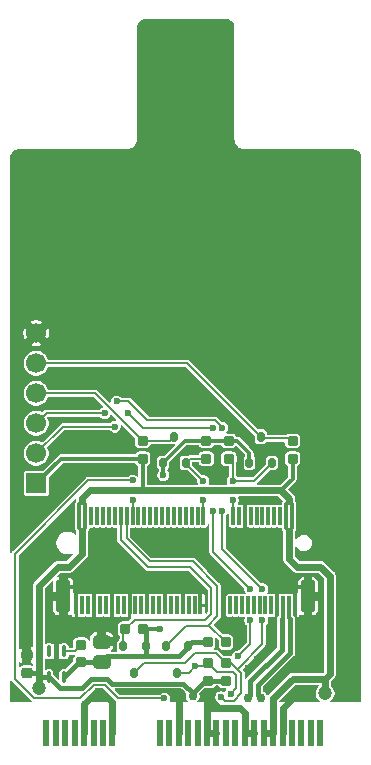
<source format=gbr>
%TF.GenerationSoftware,KiCad,Pcbnew,9.0.0*%
%TF.CreationDate,2025-03-01T15:32:50-05:00*%
%TF.ProjectId,mPCIE-to-M_2_E-Key,6d504349-452d-4746-9f2d-4d5f325f452d,rev?*%
%TF.SameCoordinates,Original*%
%TF.FileFunction,Copper,L1,Top*%
%TF.FilePolarity,Positive*%
%FSLAX46Y46*%
G04 Gerber Fmt 4.6, Leading zero omitted, Abs format (unit mm)*
G04 Created by KiCad (PCBNEW 9.0.0) date 2025-03-01 15:32:50*
%MOMM*%
%LPD*%
G01*
G04 APERTURE LIST*
G04 Aperture macros list*
%AMRoundRect*
0 Rectangle with rounded corners*
0 $1 Rounding radius*
0 $2 $3 $4 $5 $6 $7 $8 $9 X,Y pos of 4 corners*
0 Add a 4 corners polygon primitive as box body*
4,1,4,$2,$3,$4,$5,$6,$7,$8,$9,$2,$3,0*
0 Add four circle primitives for the rounded corners*
1,1,$1+$1,$2,$3*
1,1,$1+$1,$4,$5*
1,1,$1+$1,$6,$7*
1,1,$1+$1,$8,$9*
0 Add four rect primitives between the rounded corners*
20,1,$1+$1,$2,$3,$4,$5,0*
20,1,$1+$1,$4,$5,$6,$7,0*
20,1,$1+$1,$6,$7,$8,$9,0*
20,1,$1+$1,$8,$9,$2,$3,0*%
G04 Aperture macros list end*
%TA.AperFunction,SMDPad,CuDef*%
%ADD10RoundRect,0.075000X0.075000X0.700000X-0.075000X0.700000X-0.075000X-0.700000X0.075000X-0.700000X0*%
%TD*%
%TA.AperFunction,SMDPad,CuDef*%
%ADD11RoundRect,0.250000X0.350000X1.125000X-0.350000X1.125000X-0.350000X-1.125000X0.350000X-1.125000X0*%
%TD*%
%TA.AperFunction,SMDPad,CuDef*%
%ADD12RoundRect,0.205000X-0.259500X0.205000X-0.259500X-0.205000X0.259500X-0.205000X0.259500X0.205000X0*%
%TD*%
%TA.AperFunction,SMDPad,CuDef*%
%ADD13RoundRect,0.205000X0.259500X-0.205000X0.259500X0.205000X-0.259500X0.205000X-0.259500X-0.205000X0*%
%TD*%
%TA.AperFunction,SMDPad,CuDef*%
%ADD14RoundRect,0.205000X0.205000X0.259500X-0.205000X0.259500X-0.205000X-0.259500X0.205000X-0.259500X0*%
%TD*%
%TA.AperFunction,ComponentPad*%
%ADD15R,1.700000X1.700000*%
%TD*%
%TA.AperFunction,ComponentPad*%
%ADD16C,1.700000*%
%TD*%
%TA.AperFunction,ComponentPad*%
%ADD17C,6.500000*%
%TD*%
%TA.AperFunction,SMDPad,CuDef*%
%ADD18RoundRect,0.152250X0.152250X-0.260750X0.152250X0.260750X-0.152250X0.260750X-0.152250X-0.260750X0*%
%TD*%
%TA.AperFunction,SMDPad,CuDef*%
%ADD19RoundRect,0.152250X-0.152250X0.260750X-0.152250X-0.260750X0.152250X-0.260750X0.152250X0.260750X0*%
%TD*%
%TA.AperFunction,SMDPad,CuDef*%
%ADD20RoundRect,0.278750X0.453750X-0.278750X0.453750X0.278750X-0.453750X0.278750X-0.453750X-0.278750X0*%
%TD*%
%TA.AperFunction,SMDPad,CuDef*%
%ADD21RoundRect,0.205000X-0.205000X-0.259500X0.205000X-0.259500X0.205000X0.259500X-0.205000X0.259500X0*%
%TD*%
%TA.AperFunction,SMDPad,CuDef*%
%ADD22RoundRect,0.100000X-0.100000X0.375000X-0.100000X-0.375000X0.100000X-0.375000X0.100000X0.375000X0*%
%TD*%
%TA.AperFunction,ComponentPad*%
%ADD23C,3.500000*%
%TD*%
%TA.AperFunction,SMDPad,CuDef*%
%ADD24RoundRect,0.217750X0.267250X-0.217750X0.267250X0.217750X-0.267250X0.217750X-0.267250X-0.217750X0*%
%TD*%
%TA.AperFunction,SMDPad,CuDef*%
%ADD25R,0.600000X2.300000*%
%TD*%
%TA.AperFunction,ViaPad*%
%ADD26C,0.750000*%
%TD*%
%TA.AperFunction,ViaPad*%
%ADD27C,1.200000*%
%TD*%
%TA.AperFunction,ViaPad*%
%ADD28C,0.600000*%
%TD*%
%TA.AperFunction,Conductor*%
%ADD29C,0.300000*%
%TD*%
%TA.AperFunction,Conductor*%
%ADD30C,0.400000*%
%TD*%
%TA.AperFunction,Conductor*%
%ADD31C,0.600000*%
%TD*%
%TA.AperFunction,Conductor*%
%ADD32C,0.200000*%
%TD*%
%TA.AperFunction,Conductor*%
%ADD33C,0.447000*%
%TD*%
G04 APERTURE END LIST*
D10*
%TO.P,J2,1,GND*%
%TO.N,GND*%
X143100000Y-117775000D03*
%TO.P,J2,2,3.3V*%
%TO.N,+3V3*%
X142850000Y-110225000D03*
%TO.P,J2,3,USB_D+*%
%TO.N,/D_P*%
X142600000Y-117775000D03*
%TO.P,J2,4,3.3V*%
%TO.N,+3V3*%
X142350000Y-110225000D03*
%TO.P,J2,5,USB_D-*%
%TO.N,/D_N*%
X142100000Y-117775000D03*
%TO.P,J2,6,~{LED_1}*%
%TO.N,unconnected-(J2-~{LED_1}-Pad6)*%
X141850000Y-110225000D03*
%TO.P,J2,7,GND*%
%TO.N,GND*%
X141600000Y-117775000D03*
%TO.P,J2,8,PCM_CLK/I2S_SCK*%
%TO.N,unconnected-(J2-PCM_CLK{slash}I2S_SCK-Pad8)*%
X141350000Y-110225000D03*
%TO.P,J2,9,SDIO_CLK*%
%TO.N,unconnected-(J2-SDIO_CLK-Pad9)*%
X141100000Y-117775000D03*
%TO.P,J2,10,PCM_SYNC/I2S_WS*%
%TO.N,unconnected-(J2-PCM_SYNC{slash}I2S_WS-Pad10)*%
X140850000Y-110225000D03*
%TO.P,J2,11,SDIO_CMD*%
%TO.N,unconnected-(J2-SDIO_CMD-Pad11)*%
X140600000Y-117775000D03*
%TO.P,J2,12,PCM_IN/I2S_SD_IN*%
%TO.N,unconnected-(J2-PCM_IN{slash}I2S_SD_IN-Pad12)*%
X140350000Y-110225000D03*
%TO.P,J2,13,SDIO_DATA0*%
%TO.N,unconnected-(J2-SDIO_DATA0-Pad13)*%
X140100000Y-117775000D03*
%TO.P,J2,14,PCM_OUT/I2S_SD_OUT*%
%TO.N,unconnected-(J2-PCM_OUT{slash}I2S_SD_OUT-Pad14)*%
X139850000Y-110225000D03*
%TO.P,J2,15,SDIO_DATA1*%
%TO.N,unconnected-(J2-SDIO_DATA1-Pad15)*%
X139600000Y-117775000D03*
%TO.P,J2,16,~{LED_2}*%
%TO.N,unconnected-(J2-~{LED_2}-Pad16)*%
X139350000Y-110225000D03*
%TO.P,J2,17,SDIO_DATA2*%
%TO.N,unconnected-(J2-SDIO_DATA2-Pad17)*%
X139100000Y-117775000D03*
%TO.P,J2,18,GND*%
%TO.N,GND*%
X138850000Y-110225000D03*
%TO.P,J2,19,SDIO_DATA3*%
%TO.N,unconnected-(J2-SDIO_DATA3-Pad19)*%
X138600000Y-117775000D03*
%TO.P,J2,20,~{UART_WAKE}*%
%TO.N,unconnected-(J2-~{UART_WAKE}-Pad20)*%
X138350000Y-110225000D03*
%TO.P,J2,21,~{SDIO_WAKE}*%
%TO.N,unconnected-(J2-~{SDIO_WAKE}-Pad21)*%
X138100000Y-117775000D03*
%TO.P,J2,22,UART_RXD*%
%TO.N,/RXD_1V8*%
X137850000Y-110225000D03*
%TO.P,J2,23,~{SDIO_RESET}*%
%TO.N,unconnected-(J2-~{SDIO_RESET}-Pad23)*%
X137600000Y-117775000D03*
%TO.P,J2,32,UART_TXD*%
%TO.N,/TXD_1V8*%
X135350000Y-110225000D03*
%TO.P,J2,33,GND*%
%TO.N,GND*%
X135100000Y-117775000D03*
%TO.P,J2,34,UART_CTS*%
%TO.N,unconnected-(J2-UART_CTS-Pad34)*%
X134850000Y-110225000D03*
%TO.P,J2,35,PETp0*%
%TO.N,unconnected-(J2-PETp0-Pad35)*%
X134600000Y-117775000D03*
%TO.P,J2,36,UART_RTS*%
%TO.N,unconnected-(J2-UART_RTS-Pad36)*%
X134350000Y-110225000D03*
%TO.P,J2,37,PETn0*%
%TO.N,unconnected-(J2-PETn0-Pad37)*%
X134100000Y-117775000D03*
%TO.P,J2,38,VENDOR_DEFINED*%
%TO.N,unconnected-(J2-VENDOR_DEFINED-Pad38)*%
X133850000Y-110225000D03*
%TO.P,J2,39,GND*%
%TO.N,GND*%
X133600000Y-117775000D03*
%TO.P,J2,40,VENDOR_DEFINED*%
%TO.N,unconnected-(J2-VENDOR_DEFINED-Pad40)*%
X133350000Y-110225000D03*
%TO.P,J2,41,PERp0*%
%TO.N,unconnected-(J2-PERp0-Pad41)*%
X133100000Y-117775000D03*
%TO.P,J2,42,VENDOR_DEFINED*%
%TO.N,unconnected-(J2-VENDOR_DEFINED-Pad42)*%
X132850000Y-110225000D03*
%TO.P,J2,43,PERn0*%
%TO.N,unconnected-(J2-PERn0-Pad43)*%
X132600000Y-117775000D03*
%TO.P,J2,44,COEX3*%
%TO.N,unconnected-(J2-COEX3-Pad44)*%
X132350000Y-110225000D03*
%TO.P,J2,45,GND*%
%TO.N,GND*%
X132100000Y-117775000D03*
%TO.P,J2,46,COEX2*%
%TO.N,unconnected-(J2-COEX2-Pad46)*%
X131850000Y-110225000D03*
%TO.P,J2,47,REFCLKp0*%
%TO.N,unconnected-(J2-REFCLKp0-Pad47)*%
X131600000Y-117775000D03*
%TO.P,J2,48,COEX1*%
%TO.N,unconnected-(J2-COEX1-Pad48)*%
X131350000Y-110225000D03*
%TO.P,J2,49,REFCLKn0*%
%TO.N,unconnected-(J2-REFCLKn0-Pad49)*%
X131100000Y-117775000D03*
%TO.P,J2,50,SUSCLK*%
%TO.N,unconnected-(J2-SUSCLK-Pad50)*%
X130850000Y-110225000D03*
%TO.P,J2,51,GND*%
%TO.N,GND*%
X130600000Y-117775000D03*
%TO.P,J2,52,~{PERST0}*%
%TO.N,unconnected-(J2-~{PERST0}-Pad52)*%
X130350000Y-110225000D03*
%TO.P,J2,53,~{CLKREQ0}*%
%TO.N,unconnected-(J2-~{CLKREQ0}-Pad53)*%
X130100000Y-117775000D03*
%TO.P,J2,54,~{W_DISABLE2}*%
%TO.N,unconnected-(J2-~{W_DISABLE2}-Pad54)*%
X129850000Y-110225000D03*
%TO.P,J2,55,~{PEWAKE0}*%
%TO.N,unconnected-(J2-~{PEWAKE0}-Pad55)*%
X129600000Y-117775000D03*
%TO.P,J2,56,~{W_DISABLE1}*%
%TO.N,/W_DISABLE*%
X129350000Y-110225000D03*
%TO.P,J2,57,GND*%
%TO.N,GND*%
X129100000Y-117775000D03*
%TO.P,J2,58,I2C_DATA*%
%TO.N,/SDA_1V8*%
X128850000Y-110225000D03*
%TO.P,J2,59,RESERVED/PETp1*%
%TO.N,unconnected-(J2-RESERVED{slash}PETp1-Pad59)*%
X128600000Y-117775000D03*
%TO.P,J2,60,I2C_CLK*%
%TO.N,/SCL_1V8*%
X128350000Y-110225000D03*
%TO.P,J2,61,RESERVED/PETn1*%
%TO.N,unconnected-(J2-RESERVED{slash}PETn1-Pad61)*%
X128100000Y-117775000D03*
%TO.P,J2,62,~{ALERT}*%
%TO.N,unconnected-(J2-~{ALERT}-Pad62)*%
X127850000Y-110225000D03*
%TO.P,J2,63,GND*%
%TO.N,GND*%
X127600000Y-117775000D03*
%TO.P,J2,64,RESERVED*%
%TO.N,unconnected-(J2-RESERVED-Pad64)*%
X127350000Y-110225000D03*
%TO.P,J2,65,RESERVED/PERp1*%
%TO.N,unconnected-(J2-RESERVED{slash}PERp1-Pad65)*%
X127100000Y-117775000D03*
%TO.P,J2,66,UIM_SWP/~{PERST1}*%
%TO.N,unconnected-(J2-UIM_SWP{slash}~{PERST1}-Pad66)*%
X126850000Y-110225000D03*
%TO.P,J2,67,RESERVED/PERn1*%
%TO.N,unconnected-(J2-RESERVED{slash}PERn1-Pad67)*%
X126600000Y-117775000D03*
%TO.P,J2,68,UIM_POWER_SNK/~{CLKREQ1}*%
%TO.N,unconnected-(J2-UIM_POWER_SNK{slash}~{CLKREQ1}-Pad68)*%
X126350000Y-110225000D03*
%TO.P,J2,69,GND*%
%TO.N,GND*%
X126100000Y-117775000D03*
%TO.P,J2,70,UIM_POWER_SRC/GPIO1/~{PEWAKE1}*%
%TO.N,unconnected-(J2-UIM_POWER_SRC{slash}GPIO1{slash}~{PEWAKE1}-Pad70)*%
X125850000Y-110225000D03*
%TO.P,J2,71,RESERVED/REFCLKp1*%
%TO.N,unconnected-(J2-RESERVED{slash}REFCLKp1-Pad71)*%
X125600000Y-117775000D03*
%TO.P,J2,72,3.3V*%
%TO.N,+3V3*%
X125350000Y-110225000D03*
%TO.P,J2,73,RESERVED/REFCLKn1*%
%TO.N,unconnected-(J2-RESERVED{slash}REFCLKn1-Pad73)*%
X125100000Y-117775000D03*
%TO.P,J2,74,3.3V*%
%TO.N,+3V3*%
X124850000Y-110225000D03*
%TO.P,J2,75,GND*%
%TO.N,GND*%
X124600000Y-117775000D03*
D11*
%TO.P,J2,S1,MP*%
X144200000Y-117000000D03*
%TO.P,J2,S2,MP*%
X123500000Y-117000000D03*
%TD*%
D12*
%TO.P,R9,1*%
%TO.N,+1V8*%
X135600000Y-103845000D03*
%TO.P,R9,2*%
%TO.N,/TXD_1V8*%
X135600000Y-105355000D03*
%TD*%
D13*
%TO.P,R7,1*%
%TO.N,+3V3*%
X130200000Y-105355000D03*
%TO.P,R7,2*%
%TO.N,/TXD_3V3*%
X130200000Y-103845000D03*
%TD*%
D12*
%TO.P,R8,1*%
%TO.N,+1V8*%
X137500000Y-103845000D03*
%TO.P,R8,2*%
%TO.N,/RXD_1V8*%
X137500000Y-105355000D03*
%TD*%
D14*
%TO.P,R3,1*%
%TO.N,+1V8*%
X130255000Y-119800000D03*
%TO.P,R3,2*%
%TO.N,/SCL_1V8*%
X128745000Y-119800000D03*
%TD*%
D15*
%TO.P,J3,1,Pin_1*%
%TO.N,+3V3*%
X121200000Y-107450000D03*
D16*
%TO.P,J3,2,Pin_2*%
%TO.N,/SDA_3V3*%
X121200000Y-104910000D03*
%TO.P,J3,3,Pin_3*%
%TO.N,/SCL_3V3*%
X121200000Y-102370000D03*
%TO.P,J3,4,Pin_4*%
%TO.N,/TXD_3V3*%
X121200000Y-99830000D03*
%TO.P,J3,5,Pin_5*%
%TO.N,/RXD_3V3*%
X121200000Y-97290000D03*
%TO.P,J3,6,Pin_6*%
%TO.N,GND*%
X121200000Y-94750000D03*
%TD*%
D17*
%TO.P,H3,1,1*%
%TO.N,GND*%
X133850000Y-84250000D03*
%TD*%
D18*
%TO.P,Q3,1*%
%TO.N,+1V8*%
X139250000Y-105713000D03*
%TO.P,Q3,2*%
%TO.N,/RXD_1V8*%
X141150000Y-105713000D03*
%TO.P,Q3,3*%
%TO.N,/RXD_3V3*%
X140200000Y-103487000D03*
%TD*%
D19*
%TO.P,Q1,1*%
%TO.N,+1V8*%
X130450000Y-121237000D03*
%TO.P,Q1,2*%
%TO.N,/SCL_1V8*%
X128550000Y-121237000D03*
%TO.P,Q1,3*%
%TO.N,/SCL_3V3*%
X129500000Y-123463000D03*
%TD*%
%TO.P,Q2,1*%
%TO.N,+1V8*%
X134050000Y-121237000D03*
%TO.P,Q2,2*%
%TO.N,/SDA_1V8*%
X132150000Y-121237000D03*
%TO.P,Q2,3*%
%TO.N,/SDA_3V3*%
X133100000Y-123463000D03*
%TD*%
D13*
%TO.P,R1,1*%
%TO.N,+3V3*%
X137250000Y-124155000D03*
%TO.P,R1,2*%
%TO.N,/SCL_3V3*%
X137250000Y-122645000D03*
%TD*%
D20*
%TO.P,C2,1*%
%TO.N,+1V8*%
X126750000Y-122550000D03*
%TO.P,C2,2*%
%TO.N,GND*%
X126750000Y-120850000D03*
%TD*%
D21*
%TO.P,R4,1*%
%TO.N,+1V8*%
X135745000Y-120900000D03*
%TO.P,R4,2*%
%TO.N,/SDA_1V8*%
X137255000Y-120900000D03*
%TD*%
D22*
%TO.P,U1,1,PG*%
%TO.N,Net-(U1-PG)*%
X123550000Y-121650000D03*
%TO.P,U1,2,GND*%
%TO.N,GND*%
X122900000Y-121650000D03*
%TO.P,U1,3,NC*%
%TO.N,unconnected-(U1-NC-Pad3)*%
X122250000Y-121650000D03*
%TO.P,U1,4,IN*%
%TO.N,+3V3*%
X122250000Y-123850000D03*
%TO.P,U1,5,OUT*%
%TO.N,+1V8*%
X123550000Y-123850000D03*
%TD*%
D13*
%TO.P,R6,1*%
%TO.N,+3V3*%
X142900000Y-105355000D03*
%TO.P,R6,2*%
%TO.N,/RXD_3V3*%
X142900000Y-103845000D03*
%TD*%
D23*
%TO.P,H2,1,1*%
%TO.N,GND*%
X121750000Y-81950000D03*
%TD*%
D18*
%TO.P,Q4,1*%
%TO.N,+1V8*%
X131950000Y-105713000D03*
%TO.P,Q4,2*%
%TO.N,/TXD_1V8*%
X133850000Y-105713000D03*
%TO.P,Q4,3*%
%TO.N,/TXD_3V3*%
X132900000Y-103487000D03*
%TD*%
D13*
%TO.P,R5,1*%
%TO.N,+1V8*%
X125000000Y-122605000D03*
%TO.P,R5,2*%
%TO.N,Net-(U1-PG)*%
X125000000Y-121095000D03*
%TD*%
D17*
%TO.P,H4,1,1*%
%TO.N,GND*%
X133850000Y-72250000D03*
%TD*%
D13*
%TO.P,R2,1*%
%TO.N,+3V3*%
X135750000Y-124155000D03*
%TO.P,R2,2*%
%TO.N,/SDA_3V3*%
X135750000Y-122645000D03*
%TD*%
D24*
%TO.P,C1,1*%
%TO.N,+3V3*%
X120400000Y-123500000D03*
%TO.P,C1,2*%
%TO.N,GND*%
X120400000Y-122000000D03*
%TD*%
D25*
%TO.P,J1,1,~{WAKE}*%
%TO.N,unconnected-(J1-~{WAKE}-Pad1)*%
X122050000Y-128600000D03*
%TO.P,J1,3,COEX1*%
%TO.N,unconnected-(J1-COEX1-Pad3)*%
X122850000Y-128600000D03*
%TO.P,J1,5,COEX2*%
%TO.N,unconnected-(J1-COEX2-Pad5)*%
X123650000Y-128600000D03*
%TO.P,J1,7,~{CLKREQ}*%
%TO.N,unconnected-(J1-~{CLKREQ}-Pad7)*%
X124450000Y-128600000D03*
%TO.P,J1,9,GND*%
%TO.N,GND*%
X125250000Y-128600000D03*
%TO.P,J1,11,REFCLK-*%
%TO.N,unconnected-(J1-REFCLK--Pad11)*%
X126050000Y-128600000D03*
%TO.P,J1,13,REFCLK+*%
%TO.N,unconnected-(J1-REFCLK+-Pad13)*%
X126850000Y-128600000D03*
%TO.P,J1,15,GND*%
%TO.N,GND*%
X127650000Y-128600000D03*
%TO.P,J1,17,UIM_C8*%
%TO.N,unconnected-(J1-UIM_C8-Pad17)*%
X131650000Y-128600000D03*
%TO.P,J1,19,UIM_C4*%
%TO.N,unconnected-(J1-UIM_C4-Pad19)*%
X132450000Y-128600000D03*
%TO.P,J1,21,GND*%
%TO.N,GND*%
X133250000Y-128600000D03*
%TO.P,J1,23,PERn0*%
%TO.N,unconnected-(J1-PERn0-Pad23)*%
X134050000Y-128600000D03*
%TO.P,J1,25,PERp0*%
%TO.N,unconnected-(J1-PERp0-Pad25)*%
X134850000Y-128600000D03*
%TO.P,J1,27,GND*%
%TO.N,GND*%
X135650000Y-128600000D03*
%TO.P,J1,29,GND*%
X136450000Y-128600000D03*
%TO.P,J1,31,PETn0*%
%TO.N,unconnected-(J1-PETn0-Pad31)*%
X137250000Y-128600000D03*
%TO.P,J1,33,PETp0*%
%TO.N,unconnected-(J1-PETp0-Pad33)*%
X138050000Y-128600000D03*
%TO.P,J1,35,GND*%
%TO.N,GND*%
X138850000Y-128600000D03*
%TO.P,J1,37,GND*%
X139650000Y-128600000D03*
%TO.P,J1,39,+3V3AUX*%
%TO.N,+3V3*%
X140450000Y-128600000D03*
%TO.P,J1,41,+3V3AUX*%
X141250000Y-128600000D03*
%TO.P,J1,43,GND*%
%TO.N,GND*%
X142050000Y-128600000D03*
%TO.P,J1,45,Reserved*%
%TO.N,unconnected-(J1-Reserved-Pad45)*%
X142850000Y-128600000D03*
%TO.P,J1,47,Reserved*%
%TO.N,unconnected-(J1-Reserved-Pad47)*%
X143650000Y-128600000D03*
%TO.P,J1,49,Reserved*%
%TO.N,unconnected-(J1-Reserved-Pad49)*%
X144450000Y-128600000D03*
%TO.P,J1,51,Reserved*%
%TO.N,unconnected-(J1-Reserved-Pad51)*%
X145250000Y-128600000D03*
%TD*%
D23*
%TO.P,H1,1,1*%
%TO.N,GND*%
X145950000Y-81950000D03*
%TD*%
D26*
%TO.N,+3V3*%
X134450000Y-125450000D03*
D27*
X145650000Y-125200000D03*
X121400000Y-124750000D03*
D28*
%TO.N,GND*%
X123400000Y-100650000D03*
X147000000Y-123000000D03*
X137500000Y-119500000D03*
X143000000Y-108000000D03*
X120000000Y-111000000D03*
X125500000Y-98500000D03*
X126000000Y-104500000D03*
X135100000Y-116250000D03*
X121000000Y-113000000D03*
X142550000Y-123100000D03*
X126100000Y-116250000D03*
X123000000Y-98500000D03*
X131900000Y-104550000D03*
X124900000Y-115000000D03*
X141000000Y-112000000D03*
X138000000Y-112500000D03*
X133000000Y-107000000D03*
X137200000Y-116000000D03*
X135300000Y-113700000D03*
X141000000Y-114000000D03*
X135000000Y-112000000D03*
X139150000Y-123100000D03*
X119500000Y-125500000D03*
X128000000Y-106000000D03*
D26*
X122900000Y-120100000D03*
D28*
X134000000Y-107000000D03*
X141000000Y-107000000D03*
X147000000Y-116000000D03*
X147000000Y-119000000D03*
X130600000Y-116250000D03*
X120500000Y-117000000D03*
D27*
X126500000Y-125400000D03*
D28*
X142000000Y-115000000D03*
X140200000Y-104650000D03*
X147000000Y-121000000D03*
X121000000Y-115000000D03*
X124050000Y-104500000D03*
X143600000Y-120000000D03*
X131000000Y-107000000D03*
X138500000Y-121000000D03*
X141000000Y-124600000D03*
X134050000Y-104650000D03*
X129100000Y-116250000D03*
D27*
X135650000Y-125400000D03*
D28*
X141700000Y-123900000D03*
X122900000Y-122750000D03*
X131000000Y-112600000D03*
X135350000Y-112750000D03*
X129000000Y-115000000D03*
X145000000Y-123000000D03*
X125000000Y-120050000D03*
X126750000Y-119700000D03*
X138850000Y-111700000D03*
D26*
X120400000Y-120600000D03*
D28*
X145000000Y-119400000D03*
X122000000Y-109000000D03*
X123800000Y-110700000D03*
X127000000Y-113000000D03*
X124600000Y-116250000D03*
X138500000Y-119500000D03*
X133600000Y-116250000D03*
X129000000Y-104050000D03*
X128000000Y-104500000D03*
D27*
X143300000Y-125250000D03*
D28*
X145000000Y-121000000D03*
X139900000Y-122350000D03*
X135400000Y-106350000D03*
X132100000Y-116250000D03*
X141100000Y-120000000D03*
X140850000Y-121400000D03*
X120500000Y-119000000D03*
X146000000Y-114000000D03*
X124000000Y-107000000D03*
X133000000Y-112600000D03*
X127600000Y-116250000D03*
X143100000Y-116250000D03*
X143600000Y-122000000D03*
X126000000Y-106000000D03*
X125650000Y-100650000D03*
X127000000Y-115000000D03*
X122700000Y-113600000D03*
X144000000Y-110000000D03*
X147000000Y-125000000D03*
X136500000Y-115000000D03*
X141600000Y-116250000D03*
X139000000Y-114000000D03*
D27*
X133250000Y-125400000D03*
D28*
%TO.N,+1V8*%
X131650000Y-119800000D03*
X131950000Y-106750000D03*
%TO.N,/TXD_1V8*%
X135350000Y-108850000D03*
X135350000Y-107250000D03*
D26*
%TO.N,/D_P*%
X140200000Y-125600000D03*
D28*
%TO.N,/RXD_1V8*%
X137850000Y-108850000D03*
X137850000Y-107250000D03*
%TO.N,/W_DISABLE*%
X129350000Y-107200000D03*
X132050000Y-125650000D03*
X129350000Y-108850000D03*
D26*
%TO.N,/D_N*%
X139100000Y-125600000D03*
D28*
%TO.N,/SDA_3V3*%
X137650000Y-125250000D03*
X138250000Y-122100000D03*
X129000000Y-101500000D03*
X139300000Y-116400000D03*
X139300000Y-119050000D03*
X136150000Y-109750000D03*
X134650000Y-122950000D03*
X136150000Y-102750000D03*
X127850000Y-102650000D03*
%TO.N,/SCL_3V3*%
X128000000Y-100500000D03*
X136950000Y-102750000D03*
X140350000Y-119050000D03*
X140350000Y-116400000D03*
X136849997Y-125549997D03*
X136950000Y-109750000D03*
X127000000Y-101500000D03*
%TD*%
D29*
%TO.N,+3V3*%
X125100000Y-108950000D02*
X124850001Y-109199999D01*
D30*
X127207107Y-124000000D02*
X125842893Y-124000000D01*
X135480786Y-124155000D02*
X134450000Y-125185786D01*
X122250000Y-123850000D02*
X121400000Y-123850000D01*
D29*
X125100000Y-111500000D02*
X125349999Y-111250001D01*
D31*
X145650000Y-125200000D02*
X145650000Y-124000000D01*
D29*
X130194000Y-105349000D02*
X123301000Y-105349000D01*
X142850000Y-109200000D02*
X142850000Y-110225000D01*
D30*
X134450000Y-125185786D02*
X133664214Y-124400000D01*
D29*
X142600000Y-111500000D02*
X142850000Y-111250000D01*
D31*
X141250000Y-128600000D02*
X140450000Y-128600000D01*
D30*
X133664214Y-124400000D02*
X127607107Y-124400000D01*
X123200000Y-124800000D02*
X122250000Y-123850000D01*
D31*
X145650000Y-124000000D02*
X146050000Y-123600000D01*
D30*
X125042893Y-124800000D02*
X123200000Y-124800000D01*
X127607107Y-124400000D02*
X127207107Y-124000000D01*
D29*
X130200000Y-105355000D02*
X130194000Y-105349000D01*
X124850000Y-111250000D02*
X125100000Y-111500000D01*
D31*
X124000000Y-114500000D02*
X125102000Y-113398000D01*
D30*
X134450000Y-125450000D02*
X134450000Y-125185786D01*
D29*
X142900000Y-105355000D02*
X142900000Y-107050000D01*
X125349999Y-111250001D02*
X125349999Y-110225000D01*
X142900000Y-107050000D02*
X141900000Y-108050000D01*
X130200000Y-105355000D02*
X130200000Y-108050000D01*
D31*
X143250000Y-114500000D02*
X142600000Y-113850000D01*
X141250000Y-125650000D02*
X141250000Y-128600000D01*
D29*
X124850001Y-109199999D02*
X124850001Y-110150000D01*
D30*
X125842893Y-124000000D02*
X125042893Y-124800000D01*
D31*
X121400000Y-124750000D02*
X121400000Y-116150000D01*
X121400000Y-116150000D02*
X123050000Y-114500000D01*
X125750000Y-108050000D02*
X130200000Y-108050000D01*
X146050000Y-115300000D02*
X145250000Y-114500000D01*
D29*
X142350000Y-111250000D02*
X142600000Y-111500000D01*
D31*
X146050000Y-123600000D02*
X146050000Y-115300000D01*
X141900000Y-108050000D02*
X142600000Y-108750000D01*
X125102000Y-113398000D02*
X125102000Y-111502000D01*
X142900000Y-124000000D02*
X145650000Y-124000000D01*
X125100000Y-108700000D02*
X125100000Y-108950000D01*
D29*
X142850000Y-111250000D02*
X142850000Y-110225000D01*
X142350000Y-110225000D02*
X142350000Y-111250000D01*
D30*
X121400000Y-123500000D02*
X120400000Y-123500000D01*
D29*
X125350000Y-109200000D02*
X125100000Y-108950000D01*
X142350000Y-109674999D02*
X142350000Y-110625000D01*
X142350000Y-110225000D02*
X142350000Y-109200000D01*
X142850000Y-110625000D02*
X142850000Y-109675001D01*
D31*
X125102000Y-111502000D02*
X125100000Y-111500000D01*
X142600000Y-108750000D02*
X142600000Y-108950000D01*
X125750000Y-108050000D02*
X125100000Y-108700000D01*
D30*
X137249999Y-124155000D02*
X135480786Y-124155000D01*
D29*
X124850000Y-110225000D02*
X124850000Y-111250000D01*
D31*
X142900000Y-124000000D02*
X141250000Y-125650000D01*
X123050000Y-114500000D02*
X124000000Y-114500000D01*
D29*
X142600000Y-108950000D02*
X142850000Y-109200000D01*
X123301000Y-105349000D02*
X121200000Y-107450000D01*
D31*
X130200000Y-108050000D02*
X141900000Y-108050000D01*
D30*
X137250000Y-124155001D02*
X137249999Y-124155000D01*
D29*
X142350000Y-109200000D02*
X142600000Y-108950000D01*
X125350000Y-110150000D02*
X125350000Y-109200000D01*
D31*
X145250000Y-114500000D02*
X143250000Y-114500000D01*
X142600000Y-113850000D02*
X142600000Y-111500000D01*
%TO.N,GND*%
X143300000Y-125250000D02*
X142050000Y-126500000D01*
D29*
X143100000Y-116250000D02*
X144200000Y-116250000D01*
X126100000Y-117775000D02*
X126100000Y-116250000D01*
D30*
X122900000Y-121650000D02*
X122900000Y-120100000D01*
D31*
X138450000Y-126450000D02*
X138850000Y-126850000D01*
X136618629Y-126450000D02*
X138450000Y-126450000D01*
X136618629Y-126450000D02*
X135650000Y-126450000D01*
D29*
X133600000Y-117775000D02*
X133600000Y-116250000D01*
D31*
X125250000Y-128600000D02*
X125250000Y-126148528D01*
D29*
X141600000Y-117775000D02*
X141600000Y-116250000D01*
X132100000Y-117775000D02*
X132100000Y-116250000D01*
X135100000Y-117775000D02*
X135100000Y-116250000D01*
D31*
X138850000Y-128600000D02*
X139600000Y-128600000D01*
X138850000Y-126850000D02*
X138850000Y-128600000D01*
X142050000Y-126500000D02*
X142050000Y-128600000D01*
D30*
X120400000Y-120600000D02*
X120400000Y-122000000D01*
D31*
X143300000Y-125250000D02*
X142781370Y-125250000D01*
D29*
X129100000Y-117775000D02*
X129100000Y-116250000D01*
X138850000Y-110225000D02*
X138850000Y-111700000D01*
D31*
X135650000Y-128600000D02*
X135650000Y-126700000D01*
X133250000Y-125400000D02*
X133250000Y-128600000D01*
X136400000Y-128600000D02*
X135650000Y-128600000D01*
X127050000Y-125400000D02*
X126500000Y-125400000D01*
D29*
X124600000Y-117775000D02*
X124600000Y-116250000D01*
D31*
X127650000Y-128600000D02*
X127650000Y-126000000D01*
D29*
X127600000Y-117775000D02*
X127600000Y-116250000D01*
D31*
X135650000Y-125481371D02*
X136618629Y-126450000D01*
X135650000Y-125400000D02*
X135650000Y-125481371D01*
X135650000Y-126700000D02*
X135650000Y-126400000D01*
X135650000Y-126400000D02*
X135650000Y-125400000D01*
X127650000Y-126000000D02*
X127050000Y-125400000D01*
X125998528Y-125400000D02*
X126500000Y-125400000D01*
D29*
X123500000Y-116250000D02*
X124600000Y-116250000D01*
D31*
X125250000Y-126148528D02*
X125998528Y-125400000D01*
D29*
X130600000Y-117775000D02*
X130600000Y-116250000D01*
X143100000Y-117775000D02*
X143100000Y-116250000D01*
D32*
X126750000Y-119700000D02*
X126750000Y-120850000D01*
D29*
%TO.N,+1V8*%
X137500000Y-103845000D02*
X135600000Y-103845000D01*
D30*
X126750000Y-122550000D02*
X124850000Y-122550000D01*
X127200000Y-122100000D02*
X126750000Y-122550000D01*
D29*
X139250000Y-104900000D02*
X138195000Y-103845000D01*
D30*
X124850000Y-122550000D02*
X123550000Y-123850000D01*
X134387000Y-120900000D02*
X134050000Y-121237000D01*
X130450000Y-119994999D02*
X130450000Y-121237000D01*
X130450000Y-121237000D02*
X130450000Y-122100000D01*
D29*
X133818000Y-103845000D02*
X131950000Y-105713000D01*
D30*
X133293500Y-122100000D02*
X130450000Y-122100000D01*
D29*
X131950000Y-106750000D02*
X131950000Y-105713000D01*
X139250000Y-105713000D02*
X139250000Y-104900000D01*
X135600000Y-103845000D02*
X133818000Y-103845000D01*
D30*
X134100000Y-121237000D02*
X134150000Y-121237000D01*
D29*
X138195000Y-103845000D02*
X137500000Y-103845000D01*
X130255000Y-119800000D02*
X131650000Y-119800000D01*
D30*
X135745000Y-120900000D02*
X134387000Y-120900000D01*
X130450000Y-122100000D02*
X127200000Y-122100000D01*
X134150000Y-121243500D02*
X133293500Y-122100000D01*
X130255001Y-119800000D02*
X130450000Y-119994999D01*
X134150000Y-121237000D02*
X134150000Y-121243500D01*
D32*
%TO.N,/SCL_1V8*%
X128350000Y-112250000D02*
X128350000Y-110225000D01*
X128794999Y-119850000D02*
X128550000Y-120094999D01*
X136000000Y-118500000D02*
X136000000Y-116301471D01*
X128550000Y-120094999D02*
X128550000Y-121237000D01*
X129544999Y-119000000D02*
X135500000Y-119000000D01*
X130650000Y-114550000D02*
X128350000Y-112250000D01*
X136000000Y-116301471D02*
X134248529Y-114550000D01*
X135500000Y-119000000D02*
X136000000Y-118500000D01*
X134248529Y-114550000D02*
X130650000Y-114550000D01*
X128744999Y-119800000D02*
X129544999Y-119000000D01*
%TO.N,/SDA_1V8*%
X128850000Y-112050000D02*
X130850000Y-114050000D01*
X136500000Y-116100000D02*
X136500000Y-118700000D01*
X137255001Y-120900000D02*
X135855001Y-119500000D01*
X133887000Y-119500000D02*
X132150000Y-121237000D01*
X134450000Y-114050000D02*
X136500000Y-116100000D01*
X135855001Y-119500000D02*
X135700000Y-119500000D01*
X136500000Y-118700000D02*
X135700000Y-119500000D01*
X135700000Y-119500000D02*
X133887000Y-119500000D01*
X130850000Y-114050000D02*
X134450000Y-114050000D01*
X128850000Y-110225000D02*
X128850000Y-112050000D01*
%TO.N,/TXD_1V8*%
X133913000Y-105813000D02*
X133850000Y-105813000D01*
X135350000Y-107250000D02*
X133913000Y-105813000D01*
X134208000Y-105355000D02*
X133850000Y-105713000D01*
X135600000Y-105355000D02*
X134208000Y-105355000D01*
X133850000Y-105813000D02*
X133850000Y-105750000D01*
X135350000Y-110225000D02*
X135350000Y-108850000D01*
D29*
%TO.N,/D_P*%
X142600000Y-117775000D02*
X142600000Y-118826261D01*
D33*
X142673500Y-121784000D02*
X139973500Y-124484000D01*
X139973500Y-124484000D02*
X139973500Y-125373500D01*
X139973500Y-125373500D02*
X140200000Y-125600000D01*
X142673500Y-118923500D02*
X142673500Y-121784000D01*
D29*
X142600000Y-118850000D02*
X142673500Y-118923500D01*
D32*
%TO.N,/RXD_1V8*%
X139650000Y-107250000D02*
X141150000Y-105750000D01*
X137850000Y-110225000D02*
X137850000Y-108850000D01*
X137850000Y-105705000D02*
X137500000Y-105355000D01*
X141150000Y-105750000D02*
X141150000Y-105713000D01*
X137850000Y-107250000D02*
X137850000Y-105705000D01*
X137850000Y-107250000D02*
X139650000Y-107250000D01*
%TO.N,/W_DISABLE*%
X127000000Y-124500000D02*
X126050000Y-124500000D01*
X126050000Y-124500000D02*
X124900000Y-125650000D01*
X119400000Y-124050000D02*
X119400000Y-113400000D01*
X129350000Y-110225001D02*
X129350000Y-108850000D01*
X125600000Y-107200000D02*
X129350000Y-107200000D01*
X132050000Y-125650000D02*
X128150000Y-125650000D01*
X119400000Y-113400000D02*
X125600000Y-107200000D01*
X121000000Y-125650000D02*
X119400000Y-124050000D01*
X124900000Y-125650000D02*
X121000000Y-125650000D01*
X128150000Y-125650000D02*
X127000000Y-124500000D01*
D33*
%TO.N,/D_N*%
X139326500Y-125373500D02*
X139100000Y-125600000D01*
D29*
X142100000Y-117775000D02*
X142100000Y-118826261D01*
D33*
X142026500Y-121516000D02*
X139326500Y-124216000D01*
X139100000Y-125600000D02*
X139100000Y-125550000D01*
X139326500Y-124216000D02*
X139326500Y-125373500D01*
D29*
X142100000Y-118850000D02*
X142026500Y-118923500D01*
D33*
X142026500Y-118923500D02*
X142026500Y-121516000D01*
D32*
%TO.N,/SDA_3V3*%
X137650000Y-125250000D02*
X138150000Y-124750000D01*
X137850000Y-123400000D02*
X136505001Y-123400000D01*
X139300000Y-119050000D02*
X139300000Y-121050000D01*
X130250000Y-102750000D02*
X129000000Y-101500000D01*
X136150000Y-109750000D02*
X136150000Y-113250000D01*
X135850000Y-122544999D02*
X135644999Y-122750000D01*
X135750001Y-122645000D02*
X135750000Y-122645000D01*
X138150000Y-123700000D02*
X137850000Y-123400000D01*
X138150000Y-124750000D02*
X138150000Y-123700000D01*
X123460000Y-102650000D02*
X121200000Y-104910000D01*
X127850000Y-102650000D02*
X123460000Y-102650000D01*
X139300000Y-121050000D02*
X138250000Y-122100000D01*
X136150000Y-113250000D02*
X139300000Y-116400000D01*
X135750000Y-122645000D02*
X135445000Y-122950000D01*
X134650000Y-122950000D02*
X134137000Y-123463000D01*
X135445000Y-122950000D02*
X134650000Y-122950000D01*
X134137000Y-123463000D02*
X133100000Y-123463000D01*
X136505001Y-123400000D02*
X135750001Y-122645000D01*
X136150000Y-102750000D02*
X130250000Y-102750000D01*
%TO.N,/SCL_3V3*%
X138257843Y-123242157D02*
X137660685Y-122644999D01*
X133800000Y-122650000D02*
X130313000Y-122650000D01*
X136950000Y-102750000D02*
X136950000Y-102700057D01*
X138550000Y-125200000D02*
X138550000Y-123534314D01*
X130600000Y-102100000D02*
X129000000Y-100500000D01*
X129000000Y-100500000D02*
X128000000Y-100500000D01*
X136849997Y-125549997D02*
X137150000Y-125850000D01*
X129500000Y-123463000D02*
X129500000Y-123555001D01*
X136455001Y-121850000D02*
X134600000Y-121850000D01*
X136950000Y-109750000D02*
X136950000Y-113000000D01*
X138550000Y-123534314D02*
X138257843Y-123242157D01*
X140350000Y-121050057D02*
X138257843Y-123142214D01*
X136349943Y-102100000D02*
X130600000Y-102100000D01*
X137250000Y-122644999D02*
X136455001Y-121850000D01*
X137660685Y-122644999D02*
X137250000Y-122644999D01*
X137900000Y-125850000D02*
X138550000Y-125200000D01*
X140350000Y-119050000D02*
X140350000Y-121050057D01*
X138257843Y-123142214D02*
X138257843Y-123242157D01*
X136950000Y-113000000D02*
X140350000Y-116400000D01*
X134600000Y-121850000D02*
X133800000Y-122650000D01*
X137100000Y-109750000D02*
X136950000Y-109750000D01*
X130313000Y-122650000D02*
X129500000Y-123463000D01*
X127000000Y-101500000D02*
X122070000Y-101500000D01*
X122070000Y-101500000D02*
X121200000Y-102370000D01*
X136950000Y-102700057D02*
X136349943Y-102100000D01*
X137150000Y-125850000D02*
X137900000Y-125850000D01*
%TO.N,Net-(U1-PG)*%
X123550000Y-121650000D02*
X124445000Y-121650000D01*
X124445000Y-121650000D02*
X125000000Y-121095000D01*
%TO.N,/RXD_3V3*%
X134003000Y-97290000D02*
X121200000Y-97290000D01*
X142900000Y-103845000D02*
X142705000Y-103650000D01*
X140363000Y-103650000D02*
X140200000Y-103487000D01*
X142705000Y-103650000D02*
X140363000Y-103650000D01*
X140200000Y-103487000D02*
X134003000Y-97290000D01*
%TO.N,/TXD_3V3*%
X130200000Y-103845000D02*
X126185000Y-99830000D01*
X130200000Y-103845000D02*
X132542000Y-103845000D01*
X132542000Y-103845000D02*
X132900000Y-103487000D01*
X126185000Y-99830000D02*
X121200000Y-99830000D01*
%TD*%
%TA.AperFunction,Conductor*%
%TO.N,GND*%
G36*
X119090300Y-124134733D02*
G01*
X119117825Y-124162258D01*
X119151150Y-124219979D01*
X119159539Y-124234509D01*
X119159543Y-124234515D01*
X120796654Y-125871626D01*
X120818394Y-125918246D01*
X120805080Y-125967933D01*
X120762943Y-125997438D01*
X120743480Y-126000000D01*
X119052700Y-126000000D01*
X119004362Y-125982407D01*
X118978642Y-125937858D01*
X118977500Y-125924800D01*
X118977500Y-124199858D01*
X118995093Y-124151520D01*
X119039642Y-124125800D01*
X119090300Y-124134733D01*
G37*
%TD.AperFunction*%
%TA.AperFunction,Conductor*%
G36*
X126892719Y-124818093D02*
G01*
X126897555Y-124822526D01*
X127946654Y-125871626D01*
X127968394Y-125918246D01*
X127955080Y-125967933D01*
X127912943Y-125997438D01*
X127893480Y-126000000D01*
X125156520Y-126000000D01*
X125135250Y-125992258D01*
X125113388Y-125986401D01*
X125111415Y-125983583D01*
X125108182Y-125982407D01*
X125096861Y-125962798D01*
X125083883Y-125944264D01*
X125084182Y-125940838D01*
X125082462Y-125937858D01*
X125086393Y-125915565D01*
X125088365Y-125893020D01*
X125091043Y-125889195D01*
X125091395Y-125887200D01*
X125103345Y-125871626D01*
X125117660Y-125857311D01*
X125140460Y-125834511D01*
X126152445Y-124822526D01*
X126199065Y-124800786D01*
X126205619Y-124800500D01*
X126844381Y-124800500D01*
X126892719Y-124818093D01*
G37*
%TD.AperFunction*%
%TA.AperFunction,Conductor*%
G36*
X133515511Y-124818093D02*
G01*
X133520347Y-124822526D01*
X133885547Y-125187726D01*
X133907287Y-125234346D01*
X133905011Y-125260362D01*
X133897778Y-125287358D01*
X133874500Y-125374234D01*
X133874500Y-125525766D01*
X133913719Y-125672134D01*
X133913722Y-125672142D01*
X133989484Y-125803365D01*
X134057745Y-125871626D01*
X134079485Y-125918246D01*
X134066171Y-125967933D01*
X134024034Y-125997438D01*
X134004571Y-126000000D01*
X132556106Y-126000000D01*
X132507768Y-125982407D01*
X132482048Y-125937858D01*
X132490981Y-125887200D01*
X132516391Y-125843188D01*
X132518716Y-125834511D01*
X132550500Y-125715892D01*
X132550500Y-125584108D01*
X132516392Y-125456814D01*
X132516391Y-125456813D01*
X132516391Y-125456811D01*
X132450500Y-125342685D01*
X132357314Y-125249499D01*
X132243188Y-125183608D01*
X132192268Y-125169964D01*
X132115892Y-125149500D01*
X131984108Y-125149500D01*
X131920461Y-125166554D01*
X131856811Y-125183608D01*
X131742685Y-125249499D01*
X131664711Y-125327474D01*
X131618091Y-125349214D01*
X131611537Y-125349500D01*
X128305619Y-125349500D01*
X128257281Y-125331907D01*
X128252445Y-125327474D01*
X127853845Y-124928874D01*
X127832105Y-124882254D01*
X127845419Y-124832567D01*
X127887556Y-124803062D01*
X127907019Y-124800500D01*
X133467173Y-124800500D01*
X133515511Y-124818093D01*
G37*
%TD.AperFunction*%
%TA.AperFunction,Conductor*%
G36*
X136590876Y-124556209D02*
G01*
X136592862Y-124555603D01*
X136614830Y-124564928D01*
X136637264Y-124573093D01*
X136638894Y-124575142D01*
X136640212Y-124575702D01*
X136655929Y-124596558D01*
X136658354Y-124601318D01*
X136749182Y-124692146D01*
X136863630Y-124750460D01*
X136863632Y-124750461D01*
X136958584Y-124765500D01*
X137245137Y-124765500D01*
X137293475Y-124783093D01*
X137319195Y-124827642D01*
X137310262Y-124878300D01*
X137298311Y-124893874D01*
X137249499Y-124942685D01*
X137183609Y-125056812D01*
X137181720Y-125061372D01*
X137180294Y-125060781D01*
X137154421Y-125097712D01*
X137104731Y-125111013D01*
X137073704Y-125101226D01*
X137043184Y-125083605D01*
X136996901Y-125071204D01*
X136915889Y-125049497D01*
X136784105Y-125049497D01*
X136720458Y-125066551D01*
X136656808Y-125083605D01*
X136542682Y-125149496D01*
X136449496Y-125242682D01*
X136383605Y-125356808D01*
X136377769Y-125378590D01*
X136349497Y-125484105D01*
X136349497Y-125615889D01*
X136364568Y-125672134D01*
X136383605Y-125743185D01*
X136449496Y-125857311D01*
X136463811Y-125871626D01*
X136485551Y-125918246D01*
X136472237Y-125967933D01*
X136430100Y-125997438D01*
X136410637Y-126000000D01*
X134895429Y-126000000D01*
X134847091Y-125982407D01*
X134821371Y-125937858D01*
X134830304Y-125887200D01*
X134842255Y-125871626D01*
X134910515Y-125803365D01*
X134986277Y-125672142D01*
X134986277Y-125672141D01*
X134986281Y-125672135D01*
X135025500Y-125525766D01*
X135025500Y-125374234D01*
X134994988Y-125260360D01*
X134999472Y-125209118D01*
X135014449Y-125187728D01*
X135414651Y-124787525D01*
X135461271Y-124765786D01*
X135467825Y-124765500D01*
X136041412Y-124765500D01*
X136041416Y-124765500D01*
X136136368Y-124750461D01*
X136250818Y-124692146D01*
X136341646Y-124601318D01*
X136344070Y-124596559D01*
X136381691Y-124561478D01*
X136411074Y-124555500D01*
X136588926Y-124555500D01*
X136590876Y-124556209D01*
G37*
%TD.AperFunction*%
%TA.AperFunction,Conductor*%
G36*
X145084211Y-124518093D02*
G01*
X145109931Y-124562642D01*
X145100998Y-124613300D01*
X145089047Y-124628874D01*
X145028215Y-124689705D01*
X145028213Y-124689708D01*
X144940605Y-124820822D01*
X144880264Y-124966499D01*
X144880263Y-124966501D01*
X144849500Y-125121156D01*
X144849500Y-125278843D01*
X144880263Y-125433498D01*
X144880264Y-125433500D01*
X144918482Y-125525766D01*
X144940606Y-125579179D01*
X145028211Y-125710289D01*
X145028213Y-125710291D01*
X145028215Y-125710294D01*
X145139705Y-125821784D01*
X145139714Y-125821792D01*
X145200300Y-125862274D01*
X145230717Y-125903757D01*
X145227352Y-125955087D01*
X145191781Y-125992245D01*
X145158521Y-126000000D01*
X141825700Y-126000000D01*
X141807340Y-125993317D01*
X141788100Y-125989925D01*
X141783739Y-125984728D01*
X141777362Y-125982407D01*
X141767592Y-125965484D01*
X141755035Y-125950520D01*
X141753312Y-125940751D01*
X141751642Y-125937858D01*
X141750500Y-125924800D01*
X141750500Y-125888462D01*
X141768093Y-125840124D01*
X141772526Y-125835288D01*
X143085288Y-124522526D01*
X143131908Y-124500786D01*
X143138462Y-124500500D01*
X145035873Y-124500500D01*
X145084211Y-124518093D01*
G37*
%TD.AperFunction*%
%TA.AperFunction,Conductor*%
G36*
X137304197Y-68127972D02*
G01*
X137441227Y-68143412D01*
X137457640Y-68147158D01*
X137514690Y-68167121D01*
X137583787Y-68191299D01*
X137598959Y-68198605D01*
X137712126Y-68269712D01*
X137725291Y-68280212D01*
X137819787Y-68374708D01*
X137830287Y-68387873D01*
X137901394Y-68501040D01*
X137908700Y-68516212D01*
X137952840Y-68642357D01*
X137956587Y-68658774D01*
X137972027Y-68795802D01*
X137972500Y-68804222D01*
X137972500Y-78331150D01*
X137984578Y-78399645D01*
X138000682Y-78490972D01*
X138000684Y-78490977D01*
X138056189Y-78643479D01*
X138113224Y-78742266D01*
X138132575Y-78775782D01*
X138137332Y-78784020D01*
X138137334Y-78784024D01*
X138241652Y-78908347D01*
X138292106Y-78950682D01*
X138365976Y-79012666D01*
X138464766Y-79069702D01*
X138506520Y-79093810D01*
X138506521Y-79093810D01*
X138506524Y-79093812D01*
X138659028Y-79149318D01*
X138818849Y-79177499D01*
X138818850Y-79177500D01*
X138818854Y-79177500D01*
X138874639Y-79177500D01*
X148020899Y-79177500D01*
X148045778Y-79177500D01*
X148054197Y-79177972D01*
X148191227Y-79193412D01*
X148207640Y-79197158D01*
X148264690Y-79217121D01*
X148333787Y-79241299D01*
X148348959Y-79248605D01*
X148462126Y-79319712D01*
X148475291Y-79330212D01*
X148569787Y-79424708D01*
X148580287Y-79437873D01*
X148651394Y-79551040D01*
X148658700Y-79566212D01*
X148702840Y-79692357D01*
X148706587Y-79708774D01*
X148722027Y-79845802D01*
X148722500Y-79854222D01*
X148722500Y-125924800D01*
X148704907Y-125973138D01*
X148660358Y-125998858D01*
X148647300Y-126000000D01*
X146141479Y-126000000D01*
X146093141Y-125982407D01*
X146067421Y-125937858D01*
X146076354Y-125887200D01*
X146099700Y-125862274D01*
X146160285Y-125821792D01*
X146160286Y-125821790D01*
X146160289Y-125821789D01*
X146271789Y-125710289D01*
X146359394Y-125579179D01*
X146419737Y-125433497D01*
X146450500Y-125278842D01*
X146450500Y-125121158D01*
X146450365Y-125120480D01*
X146427609Y-125006079D01*
X146419737Y-124966503D01*
X146359394Y-124820821D01*
X146271789Y-124689711D01*
X146271786Y-124689708D01*
X146271784Y-124689705D01*
X146172526Y-124590447D01*
X146150786Y-124543827D01*
X146150500Y-124537273D01*
X146150500Y-124238462D01*
X146168093Y-124190124D01*
X146172526Y-124185288D01*
X146310774Y-124047040D01*
X146450499Y-123907315D01*
X146470192Y-123873207D01*
X146516392Y-123793186D01*
X146526758Y-123754499D01*
X146550500Y-123665893D01*
X146550500Y-123534108D01*
X146550500Y-115234108D01*
X146516392Y-115106814D01*
X146516391Y-115106813D01*
X146516391Y-115106811D01*
X146450501Y-114992687D01*
X146424205Y-114966391D01*
X146357314Y-114899500D01*
X146192325Y-114734511D01*
X145557314Y-114099499D01*
X145443188Y-114033608D01*
X145392268Y-114019964D01*
X145315892Y-113999500D01*
X145315889Y-113999500D01*
X143488462Y-113999500D01*
X143440124Y-113981907D01*
X143435288Y-113977474D01*
X143122526Y-113664712D01*
X143100786Y-113618092D01*
X143100500Y-113611538D01*
X143100500Y-112890660D01*
X143118093Y-112842322D01*
X143162642Y-112816602D01*
X143213300Y-112825535D01*
X143238224Y-112848878D01*
X143304333Y-112947818D01*
X143304334Y-112947819D01*
X143304337Y-112947823D01*
X143402176Y-113045662D01*
X143402179Y-113045664D01*
X143402182Y-113045667D01*
X143517242Y-113122547D01*
X143645088Y-113175503D01*
X143726521Y-113191701D01*
X143780808Y-113202500D01*
X143780810Y-113202500D01*
X143919192Y-113202500D01*
X143964430Y-113193501D01*
X144054912Y-113175503D01*
X144182758Y-113122547D01*
X144297818Y-113045667D01*
X144395667Y-112947818D01*
X144472547Y-112832758D01*
X144525503Y-112704912D01*
X144552500Y-112569190D01*
X144552500Y-112430810D01*
X144547602Y-112406188D01*
X144539606Y-112365989D01*
X144525503Y-112295088D01*
X144472547Y-112167242D01*
X144395667Y-112052182D01*
X144395664Y-112052179D01*
X144395662Y-112052176D01*
X144297823Y-111954337D01*
X144297819Y-111954334D01*
X144297818Y-111954333D01*
X144182758Y-111877453D01*
X144054912Y-111824497D01*
X144054909Y-111824496D01*
X144054908Y-111824496D01*
X143919192Y-111797500D01*
X143919190Y-111797500D01*
X143780810Y-111797500D01*
X143780808Y-111797500D01*
X143645091Y-111824496D01*
X143645088Y-111824497D01*
X143517243Y-111877452D01*
X143402176Y-111954337D01*
X143304338Y-112052175D01*
X143304332Y-112052183D01*
X143238226Y-112151118D01*
X143196743Y-112181535D01*
X143145413Y-112178170D01*
X143108255Y-112142599D01*
X143100500Y-112109339D01*
X143100500Y-111526329D01*
X143118093Y-111477991D01*
X143122517Y-111473163D01*
X143130469Y-111465212D01*
X143176614Y-111385288D01*
X143182127Y-111364712D01*
X143200500Y-111296144D01*
X143200500Y-110178856D01*
X143200500Y-109628857D01*
X143200500Y-109153856D01*
X143176614Y-109064712D01*
X143130469Y-108984788D01*
X143130466Y-108984785D01*
X143130465Y-108984783D01*
X143122526Y-108976844D01*
X143100786Y-108930224D01*
X143100500Y-108923670D01*
X143100500Y-108684110D01*
X143100500Y-108684108D01*
X143069799Y-108569531D01*
X143066392Y-108556814D01*
X143033879Y-108500500D01*
X143027162Y-108488866D01*
X143000502Y-108442689D01*
X143000501Y-108442688D01*
X143000500Y-108442686D01*
X142907314Y-108349500D01*
X142554922Y-107997108D01*
X142533182Y-107950488D01*
X142546496Y-107900801D01*
X142554922Y-107890760D01*
X143180466Y-107265216D01*
X143180470Y-107265212D01*
X143226614Y-107185288D01*
X143226924Y-107184129D01*
X143226937Y-107184110D01*
X143226930Y-107184108D01*
X143235935Y-107150500D01*
X143250500Y-107096144D01*
X143250500Y-106014819D01*
X143268093Y-105966481D01*
X143291558Y-105947816D01*
X143400818Y-105892146D01*
X143491646Y-105801318D01*
X143549961Y-105686868D01*
X143565000Y-105591916D01*
X143565000Y-105118084D01*
X143549961Y-105023132D01*
X143491646Y-104908682D01*
X143400818Y-104817854D01*
X143286368Y-104759539D01*
X143286370Y-104759539D01*
X143191418Y-104744500D01*
X143191416Y-104744500D01*
X142608584Y-104744500D01*
X142608581Y-104744500D01*
X142513630Y-104759539D01*
X142399181Y-104817854D01*
X142308354Y-104908681D01*
X142250039Y-105023130D01*
X142235000Y-105118081D01*
X142235000Y-105591918D01*
X142250039Y-105686869D01*
X142277396Y-105740559D01*
X142308354Y-105801318D01*
X142399182Y-105892146D01*
X142508440Y-105947816D01*
X142543522Y-105985436D01*
X142549500Y-106014819D01*
X142549500Y-106873670D01*
X142531907Y-106922008D01*
X142527474Y-106926844D01*
X141926844Y-107527474D01*
X141880224Y-107549214D01*
X141873670Y-107549500D01*
X139957019Y-107549500D01*
X139908681Y-107531907D01*
X139882961Y-107487358D01*
X139891894Y-107436700D01*
X139903845Y-107421126D01*
X140976445Y-106348526D01*
X141023065Y-106326786D01*
X141029619Y-106326500D01*
X141335730Y-106326500D01*
X141335732Y-106326500D01*
X141335734Y-106326499D01*
X141335742Y-106326499D01*
X141387719Y-106318925D01*
X141404294Y-106316511D01*
X141510059Y-106264805D01*
X141593305Y-106181559D01*
X141645011Y-106075794D01*
X141650124Y-106040700D01*
X141654999Y-106007242D01*
X141655000Y-106007230D01*
X141655000Y-105418769D01*
X141654999Y-105418757D01*
X141645011Y-105350206D01*
X141593305Y-105244441D01*
X141593303Y-105244439D01*
X141593303Y-105244438D01*
X141510061Y-105161196D01*
X141404293Y-105109488D01*
X141335742Y-105099500D01*
X141335732Y-105099500D01*
X140964268Y-105099500D01*
X140964257Y-105099500D01*
X140895706Y-105109488D01*
X140789938Y-105161196D01*
X140706696Y-105244438D01*
X140654988Y-105350206D01*
X140645000Y-105418757D01*
X140645000Y-105798881D01*
X140627407Y-105847219D01*
X140622974Y-105852055D01*
X139547555Y-106927474D01*
X139500935Y-106949214D01*
X139494381Y-106949500D01*
X138288463Y-106949500D01*
X138273035Y-106943884D01*
X138256682Y-106942454D01*
X138243237Y-106933039D01*
X138240125Y-106931907D01*
X138235289Y-106927474D01*
X138172526Y-106864711D01*
X138150786Y-106818091D01*
X138150500Y-106811537D01*
X138150500Y-105689381D01*
X138151426Y-105677617D01*
X138154929Y-105655500D01*
X138165000Y-105591916D01*
X138165000Y-105118084D01*
X138149961Y-105023132D01*
X138091646Y-104908682D01*
X138000818Y-104817854D01*
X137886368Y-104759539D01*
X137886370Y-104759539D01*
X137791418Y-104744500D01*
X137791416Y-104744500D01*
X137208584Y-104744500D01*
X137208581Y-104744500D01*
X137113630Y-104759539D01*
X136999181Y-104817854D01*
X136908354Y-104908681D01*
X136850039Y-105023130D01*
X136835000Y-105118081D01*
X136835000Y-105591918D01*
X136850039Y-105686869D01*
X136877396Y-105740559D01*
X136908354Y-105801318D01*
X136999182Y-105892146D01*
X137113630Y-105950460D01*
X137113632Y-105950461D01*
X137208584Y-105965500D01*
X137474300Y-105965500D01*
X137522638Y-105983093D01*
X137548358Y-106027642D01*
X137549500Y-106040700D01*
X137549500Y-106811537D01*
X137531907Y-106859875D01*
X137527474Y-106864711D01*
X137449499Y-106942685D01*
X137383608Y-107056811D01*
X137363898Y-107130375D01*
X137349500Y-107184108D01*
X137349500Y-107315892D01*
X137383608Y-107443186D01*
X137383610Y-107443192D01*
X137384575Y-107445522D01*
X137384641Y-107447041D01*
X137384884Y-107447947D01*
X137384683Y-107448000D01*
X137386820Y-107496912D01*
X137355505Y-107537723D01*
X137315100Y-107549500D01*
X135884900Y-107549500D01*
X135836562Y-107531907D01*
X135810842Y-107487358D01*
X135815158Y-107447958D01*
X135815116Y-107447947D01*
X135815189Y-107447673D01*
X135815425Y-107445522D01*
X135816389Y-107443192D01*
X135816389Y-107443190D01*
X135816392Y-107443186D01*
X135850500Y-107315892D01*
X135850500Y-107184108D01*
X135816392Y-107056814D01*
X135816391Y-107056813D01*
X135816391Y-107056811D01*
X135750500Y-106942685D01*
X135657314Y-106849499D01*
X135543188Y-106783608D01*
X135492268Y-106769964D01*
X135415892Y-106749500D01*
X135305619Y-106749500D01*
X135257281Y-106731907D01*
X135252445Y-106727474D01*
X134377026Y-105852055D01*
X134370088Y-105837178D01*
X134359535Y-105824601D01*
X134356684Y-105808433D01*
X134355286Y-105805435D01*
X134355000Y-105798881D01*
X134355000Y-105730700D01*
X134372593Y-105682362D01*
X134417142Y-105656642D01*
X134430200Y-105655500D01*
X134887973Y-105655500D01*
X134936311Y-105673093D01*
X134954977Y-105696560D01*
X135008354Y-105801318D01*
X135099182Y-105892146D01*
X135213630Y-105950460D01*
X135213632Y-105950461D01*
X135308584Y-105965500D01*
X135308588Y-105965500D01*
X135891412Y-105965500D01*
X135891416Y-105965500D01*
X135986368Y-105950461D01*
X136100818Y-105892146D01*
X136191646Y-105801318D01*
X136249961Y-105686868D01*
X136265000Y-105591916D01*
X136265000Y-105118084D01*
X136249961Y-105023132D01*
X136191646Y-104908682D01*
X136100818Y-104817854D01*
X135986368Y-104759539D01*
X135986370Y-104759539D01*
X135891418Y-104744500D01*
X135891416Y-104744500D01*
X135308584Y-104744500D01*
X135308581Y-104744500D01*
X135213630Y-104759539D01*
X135099181Y-104817854D01*
X135008354Y-104908681D01*
X134954977Y-105013440D01*
X134917356Y-105048522D01*
X134887973Y-105054500D01*
X134168438Y-105054500D01*
X134130224Y-105064739D01*
X134092009Y-105074979D01*
X134066989Y-105089425D01*
X134029389Y-105099500D01*
X133664257Y-105099500D01*
X133595706Y-105109488D01*
X133489938Y-105161196D01*
X133406696Y-105244438D01*
X133354988Y-105350206D01*
X133345000Y-105418757D01*
X133345000Y-106007242D01*
X133354988Y-106075793D01*
X133406696Y-106181561D01*
X133489938Y-106264803D01*
X133489939Y-106264803D01*
X133489941Y-106264805D01*
X133573210Y-106305513D01*
X133595706Y-106316511D01*
X133664257Y-106326499D01*
X133664265Y-106326499D01*
X133664268Y-106326500D01*
X133970381Y-106326500D01*
X134018719Y-106344093D01*
X134023555Y-106348526D01*
X134827474Y-107152445D01*
X134849214Y-107199065D01*
X134849500Y-107205619D01*
X134849500Y-107315892D01*
X134883608Y-107443186D01*
X134883610Y-107443192D01*
X134884575Y-107445522D01*
X134884641Y-107447041D01*
X134884884Y-107447947D01*
X134884683Y-107448000D01*
X134886820Y-107496912D01*
X134855505Y-107537723D01*
X134815100Y-107549500D01*
X130625700Y-107549500D01*
X130577362Y-107531907D01*
X130551642Y-107487358D01*
X130550500Y-107474300D01*
X130550500Y-106014819D01*
X130568093Y-105966481D01*
X130591558Y-105947816D01*
X130700818Y-105892146D01*
X130791646Y-105801318D01*
X130849961Y-105686868D01*
X130865000Y-105591916D01*
X130865000Y-105118084D01*
X130849961Y-105023132D01*
X130791646Y-104908682D01*
X130700818Y-104817854D01*
X130586368Y-104759539D01*
X130586370Y-104759539D01*
X130491418Y-104744500D01*
X130491416Y-104744500D01*
X129908584Y-104744500D01*
X129908581Y-104744500D01*
X129813630Y-104759539D01*
X129699181Y-104817854D01*
X129608354Y-104908681D01*
X129583511Y-104957440D01*
X129545890Y-104992522D01*
X129516507Y-104998500D01*
X123254856Y-104998500D01*
X123250950Y-104999546D01*
X123232463Y-105004499D01*
X123232464Y-105004500D01*
X123165710Y-105022386D01*
X123085789Y-105068529D01*
X123085783Y-105068533D01*
X121776844Y-106377474D01*
X121730224Y-106399214D01*
X121723670Y-106399500D01*
X120330251Y-106399500D01*
X120271770Y-106411132D01*
X120271768Y-106411133D01*
X120205448Y-106455448D01*
X120161133Y-106521768D01*
X120161132Y-106521770D01*
X120149500Y-106580251D01*
X120149500Y-108319748D01*
X120161132Y-108378229D01*
X120161133Y-108378231D01*
X120205448Y-108444552D01*
X120271769Y-108488867D01*
X120301010Y-108494683D01*
X120330251Y-108500500D01*
X120330252Y-108500500D01*
X122069749Y-108500500D01*
X122089242Y-108496622D01*
X122128231Y-108488867D01*
X122194552Y-108444552D01*
X122238867Y-108378231D01*
X122250500Y-108319748D01*
X122250500Y-106926330D01*
X122268093Y-106877992D01*
X122272526Y-106873156D01*
X123424156Y-105721526D01*
X123470776Y-105699786D01*
X123477330Y-105699500D01*
X129510392Y-105699500D01*
X129558730Y-105717093D01*
X129577395Y-105740559D01*
X129607112Y-105798881D01*
X129608354Y-105801318D01*
X129699182Y-105892146D01*
X129808440Y-105947816D01*
X129843522Y-105985436D01*
X129849500Y-106014819D01*
X129849500Y-106810137D01*
X129831907Y-106858475D01*
X129787358Y-106884195D01*
X129736700Y-106875262D01*
X129721126Y-106863311D01*
X129657314Y-106799499D01*
X129543188Y-106733608D01*
X129492268Y-106719964D01*
X129415892Y-106699500D01*
X129284108Y-106699500D01*
X129220461Y-106716554D01*
X129156811Y-106733608D01*
X129042685Y-106799499D01*
X128964711Y-106877474D01*
X128918091Y-106899214D01*
X128911537Y-106899500D01*
X125560438Y-106899500D01*
X125484011Y-106919979D01*
X125484007Y-106919980D01*
X125461390Y-106933039D01*
X125432879Y-106949500D01*
X125432878Y-106949500D01*
X125415493Y-106959536D01*
X125415484Y-106959543D01*
X120719125Y-111655904D01*
X119215489Y-113159540D01*
X119199527Y-113175502D01*
X119159540Y-113215488D01*
X119159539Y-113215490D01*
X119117825Y-113287741D01*
X119078420Y-113320806D01*
X119026980Y-113320806D01*
X118987575Y-113287741D01*
X118977500Y-113250141D01*
X118977500Y-99726534D01*
X120149500Y-99726534D01*
X120149500Y-99933465D01*
X120169419Y-100033608D01*
X120189870Y-100136420D01*
X120269059Y-100327598D01*
X120384023Y-100499655D01*
X120384024Y-100499656D01*
X120384027Y-100499660D01*
X120530339Y-100645972D01*
X120530342Y-100645974D01*
X120530345Y-100645977D01*
X120702402Y-100760941D01*
X120893580Y-100840130D01*
X121045796Y-100870407D01*
X121096534Y-100880500D01*
X121096535Y-100880500D01*
X121303466Y-100880500D01*
X121344056Y-100872426D01*
X121506420Y-100840130D01*
X121697598Y-100760941D01*
X121869655Y-100645977D01*
X122015977Y-100499655D01*
X122130941Y-100327598D01*
X122193353Y-100176921D01*
X122228106Y-100138997D01*
X122262829Y-100130500D01*
X126029381Y-100130500D01*
X126077719Y-100148093D01*
X126082555Y-100152526D01*
X126838395Y-100908366D01*
X126860135Y-100954986D01*
X126846821Y-101004673D01*
X126810658Y-101030004D01*
X126811370Y-101031721D01*
X126806812Y-101033608D01*
X126692685Y-101099499D01*
X126614711Y-101177474D01*
X126568091Y-101199214D01*
X126561537Y-101199500D01*
X122030438Y-101199500D01*
X121992224Y-101209739D01*
X121954009Y-101219979D01*
X121885490Y-101259539D01*
X121885488Y-101259540D01*
X121739046Y-101405981D01*
X121692426Y-101427720D01*
X121657095Y-101422282D01*
X121506420Y-101359870D01*
X121506417Y-101359869D01*
X121506416Y-101359869D01*
X121303466Y-101319500D01*
X121303465Y-101319500D01*
X121096535Y-101319500D01*
X121096534Y-101319500D01*
X120893583Y-101359869D01*
X120893580Y-101359870D01*
X120702403Y-101439058D01*
X120530339Y-101554027D01*
X120384027Y-101700339D01*
X120269058Y-101872403D01*
X120189870Y-102063580D01*
X120189869Y-102063583D01*
X120152888Y-102249500D01*
X120149500Y-102266535D01*
X120149500Y-102473465D01*
X120189870Y-102676420D01*
X120269059Y-102867598D01*
X120384023Y-103039655D01*
X120384024Y-103039656D01*
X120384027Y-103039660D01*
X120530339Y-103185972D01*
X120530342Y-103185974D01*
X120530345Y-103185977D01*
X120702402Y-103300941D01*
X120893580Y-103380130D01*
X121028520Y-103406971D01*
X121096534Y-103420500D01*
X121096535Y-103420500D01*
X121303466Y-103420500D01*
X121371480Y-103406971D01*
X121506420Y-103380130D01*
X121697598Y-103300941D01*
X121869655Y-103185977D01*
X122015977Y-103039655D01*
X122130941Y-102867598D01*
X122210130Y-102676420D01*
X122250500Y-102473465D01*
X122250500Y-102266535D01*
X122210130Y-102063580D01*
X122147716Y-101912902D01*
X122147493Y-101907783D01*
X122144554Y-101903585D01*
X122146393Y-101882582D01*
X122145473Y-101861513D01*
X122148704Y-101856188D01*
X122149041Y-101852341D01*
X122164020Y-101830949D01*
X122172449Y-101822522D01*
X122219070Y-101800786D01*
X122225620Y-101800500D01*
X126561537Y-101800500D01*
X126609875Y-101818093D01*
X126614711Y-101822526D01*
X126692685Y-101900500D01*
X126806811Y-101966391D01*
X126806813Y-101966391D01*
X126806814Y-101966392D01*
X126934108Y-102000500D01*
X126934111Y-102000500D01*
X127065889Y-102000500D01*
X127065892Y-102000500D01*
X127193186Y-101966392D01*
X127307314Y-101900500D01*
X127400500Y-101807314D01*
X127466392Y-101693186D01*
X127466393Y-101693184D01*
X127468278Y-101688634D01*
X127470001Y-101689347D01*
X127495321Y-101653181D01*
X127545007Y-101639864D01*
X127591627Y-101661598D01*
X127591633Y-101661604D01*
X127951155Y-102021126D01*
X127972895Y-102067746D01*
X127959581Y-102117433D01*
X127917444Y-102146938D01*
X127897981Y-102149500D01*
X127784108Y-102149500D01*
X127720461Y-102166554D01*
X127656811Y-102183608D01*
X127542685Y-102249499D01*
X127464711Y-102327474D01*
X127418091Y-102349214D01*
X127411537Y-102349500D01*
X123499562Y-102349500D01*
X123420438Y-102349500D01*
X123344012Y-102369978D01*
X123344004Y-102369981D01*
X123275488Y-102409539D01*
X121739047Y-103945980D01*
X121692427Y-103967720D01*
X121657095Y-103962282D01*
X121628651Y-103950500D01*
X121506420Y-103899870D01*
X121506417Y-103899869D01*
X121506416Y-103899869D01*
X121303466Y-103859500D01*
X121303465Y-103859500D01*
X121096535Y-103859500D01*
X121096534Y-103859500D01*
X120893583Y-103899869D01*
X120893580Y-103899870D01*
X120702403Y-103979058D01*
X120530339Y-104094027D01*
X120384027Y-104240339D01*
X120269058Y-104412403D01*
X120189870Y-104603580D01*
X120189869Y-104603583D01*
X120149500Y-104806534D01*
X120149500Y-105013465D01*
X120172091Y-105127041D01*
X120189870Y-105216420D01*
X120269059Y-105407598D01*
X120384023Y-105579655D01*
X120384024Y-105579656D01*
X120384027Y-105579660D01*
X120530339Y-105725972D01*
X120530342Y-105725974D01*
X120530345Y-105725977D01*
X120702402Y-105840941D01*
X120893580Y-105920130D01*
X121032763Y-105947815D01*
X121096534Y-105960500D01*
X121096535Y-105960500D01*
X121303466Y-105960500D01*
X121367237Y-105947815D01*
X121506420Y-105920130D01*
X121697598Y-105840941D01*
X121869655Y-105725977D01*
X122015977Y-105579655D01*
X122130941Y-105407598D01*
X122210130Y-105216420D01*
X122250500Y-105013465D01*
X122250500Y-104806535D01*
X122210130Y-104603580D01*
X122148793Y-104455500D01*
X122147717Y-104452902D01*
X122145474Y-104401511D01*
X122164017Y-104370952D01*
X123562445Y-102972526D01*
X123609065Y-102950786D01*
X123615619Y-102950500D01*
X127411537Y-102950500D01*
X127459875Y-102968093D01*
X127464711Y-102972526D01*
X127542685Y-103050500D01*
X127656811Y-103116391D01*
X127656813Y-103116391D01*
X127656814Y-103116392D01*
X127784108Y-103150500D01*
X127784111Y-103150500D01*
X127915889Y-103150500D01*
X127915892Y-103150500D01*
X128043186Y-103116392D01*
X128157314Y-103050500D01*
X128250500Y-102957314D01*
X128316392Y-102843186D01*
X128350500Y-102715892D01*
X128350500Y-102602019D01*
X128368093Y-102553681D01*
X128412642Y-102527961D01*
X128463300Y-102536894D01*
X128478874Y-102548845D01*
X129512974Y-103582945D01*
X129534714Y-103629565D01*
X129535000Y-103636119D01*
X129535000Y-104081918D01*
X129550039Y-104176869D01*
X129554977Y-104186560D01*
X129608354Y-104291318D01*
X129699182Y-104382146D01*
X129813630Y-104440460D01*
X129813632Y-104440461D01*
X129908584Y-104455500D01*
X129908588Y-104455500D01*
X130491412Y-104455500D01*
X130491416Y-104455500D01*
X130586368Y-104440461D01*
X130700818Y-104382146D01*
X130791646Y-104291318D01*
X130845023Y-104186560D01*
X130882644Y-104151478D01*
X130912027Y-104145500D01*
X132581560Y-104145500D01*
X132581562Y-104145500D01*
X132657989Y-104125021D01*
X132683007Y-104110575D01*
X132720609Y-104100500D01*
X132885270Y-104100500D01*
X132933608Y-104118093D01*
X132959328Y-104162642D01*
X132950395Y-104213300D01*
X132938444Y-104228874D01*
X132089844Y-105077474D01*
X132043224Y-105099214D01*
X132036670Y-105099500D01*
X131764257Y-105099500D01*
X131695706Y-105109488D01*
X131589938Y-105161196D01*
X131506696Y-105244438D01*
X131454988Y-105350206D01*
X131445000Y-105418757D01*
X131445000Y-106007242D01*
X131454988Y-106075793D01*
X131506696Y-106181561D01*
X131577474Y-106252339D01*
X131584411Y-106267215D01*
X131594965Y-106279793D01*
X131597815Y-106295960D01*
X131599214Y-106298959D01*
X131599500Y-106305513D01*
X131599500Y-106361537D01*
X131581907Y-106409875D01*
X131577474Y-106414711D01*
X131549499Y-106442685D01*
X131483608Y-106556811D01*
X131463143Y-106633190D01*
X131449500Y-106684108D01*
X131449500Y-106815892D01*
X131467802Y-106884195D01*
X131483608Y-106943188D01*
X131549499Y-107057314D01*
X131642685Y-107150500D01*
X131756811Y-107216391D01*
X131756813Y-107216391D01*
X131756814Y-107216392D01*
X131884108Y-107250500D01*
X131884111Y-107250500D01*
X132015889Y-107250500D01*
X132015892Y-107250500D01*
X132143186Y-107216392D01*
X132161846Y-107205619D01*
X132257314Y-107150500D01*
X132350500Y-107057314D01*
X132416391Y-106943188D01*
X132416588Y-106942454D01*
X132450500Y-106815892D01*
X132450500Y-106684108D01*
X132416392Y-106556814D01*
X132416391Y-106556813D01*
X132416391Y-106556811D01*
X132350500Y-106442685D01*
X132322526Y-106414711D01*
X132315588Y-106399834D01*
X132305035Y-106387257D01*
X132302184Y-106371089D01*
X132300786Y-106368091D01*
X132300500Y-106361537D01*
X132300500Y-106305513D01*
X132318093Y-106257175D01*
X132322526Y-106252339D01*
X132393303Y-106181561D01*
X132393305Y-106181559D01*
X132445011Y-106075794D01*
X132450124Y-106040700D01*
X132454999Y-106007242D01*
X132455000Y-106007230D01*
X132455000Y-105734830D01*
X132472593Y-105686492D01*
X132477026Y-105681656D01*
X133941156Y-104217526D01*
X133987776Y-104195786D01*
X133994330Y-104195500D01*
X134913449Y-104195500D01*
X134961787Y-104213093D01*
X134980453Y-104236560D01*
X134990129Y-104255551D01*
X135008354Y-104291318D01*
X135099182Y-104382146D01*
X135213630Y-104440460D01*
X135213632Y-104440461D01*
X135308584Y-104455500D01*
X135308588Y-104455500D01*
X135891412Y-104455500D01*
X135891416Y-104455500D01*
X135986368Y-104440461D01*
X136100818Y-104382146D01*
X136191646Y-104291318D01*
X136219547Y-104236560D01*
X136257168Y-104201478D01*
X136286551Y-104195500D01*
X136813449Y-104195500D01*
X136861787Y-104213093D01*
X136880453Y-104236560D01*
X136890129Y-104255551D01*
X136908354Y-104291318D01*
X136999182Y-104382146D01*
X137113630Y-104440460D01*
X137113632Y-104440461D01*
X137208584Y-104455500D01*
X137208588Y-104455500D01*
X137791412Y-104455500D01*
X137791416Y-104455500D01*
X137886368Y-104440461D01*
X138000818Y-104382146D01*
X138065467Y-104317497D01*
X138112087Y-104295757D01*
X138161774Y-104309071D01*
X138171815Y-104317497D01*
X138877474Y-105023155D01*
X138884411Y-105038031D01*
X138894965Y-105050609D01*
X138897815Y-105066776D01*
X138899214Y-105069775D01*
X138899500Y-105076329D01*
X138899500Y-105120487D01*
X138881907Y-105168825D01*
X138877474Y-105173661D01*
X138806696Y-105244438D01*
X138754988Y-105350206D01*
X138745000Y-105418757D01*
X138745000Y-106007242D01*
X138754988Y-106075793D01*
X138806696Y-106181561D01*
X138889938Y-106264803D01*
X138889939Y-106264803D01*
X138889941Y-106264805D01*
X138973210Y-106305513D01*
X138995706Y-106316511D01*
X139064257Y-106326499D01*
X139064265Y-106326499D01*
X139064268Y-106326500D01*
X139064270Y-106326500D01*
X139435730Y-106326500D01*
X139435732Y-106326500D01*
X139435734Y-106326499D01*
X139435742Y-106326499D01*
X139487719Y-106318925D01*
X139504294Y-106316511D01*
X139610059Y-106264805D01*
X139693305Y-106181559D01*
X139745011Y-106075794D01*
X139750124Y-106040700D01*
X139754999Y-106007242D01*
X139755000Y-106007230D01*
X139755000Y-105418769D01*
X139754999Y-105418757D01*
X139745011Y-105350206D01*
X139693305Y-105244441D01*
X139693303Y-105244439D01*
X139693303Y-105244438D01*
X139622526Y-105173661D01*
X139600786Y-105127041D01*
X139600500Y-105120487D01*
X139600500Y-104853858D01*
X139600500Y-104853856D01*
X139576614Y-104764712D01*
X139530469Y-104684788D01*
X139465212Y-104619531D01*
X139216631Y-104370950D01*
X138410216Y-103564533D01*
X138410210Y-103564529D01*
X138330289Y-103518386D01*
X138308002Y-103512414D01*
X138241144Y-103494500D01*
X138241141Y-103494500D01*
X138186551Y-103494500D01*
X138138213Y-103476907D01*
X138119547Y-103453440D01*
X138091646Y-103398682D01*
X138059566Y-103366602D01*
X138000818Y-103307854D01*
X137886368Y-103249539D01*
X137886370Y-103249539D01*
X137791418Y-103234500D01*
X137791416Y-103234500D01*
X137354863Y-103234500D01*
X137306525Y-103216907D01*
X137280805Y-103172358D01*
X137289738Y-103121700D01*
X137301689Y-103106126D01*
X137350500Y-103057314D01*
X137416391Y-102943188D01*
X137416392Y-102943186D01*
X137450500Y-102815892D01*
X137450500Y-102684108D01*
X137416392Y-102556814D01*
X137416391Y-102556813D01*
X137416391Y-102556811D01*
X137350500Y-102442685D01*
X137257314Y-102349499D01*
X137143188Y-102283608D01*
X137079464Y-102266534D01*
X137015892Y-102249500D01*
X137015889Y-102249500D01*
X136955562Y-102249500D01*
X136907224Y-102231907D01*
X136902398Y-102227484D01*
X136534454Y-101859540D01*
X136518796Y-101850500D01*
X136484931Y-101830948D01*
X136465935Y-101819980D01*
X136465932Y-101819979D01*
X136389505Y-101799500D01*
X136389503Y-101799500D01*
X130755619Y-101799500D01*
X130707281Y-101781907D01*
X130702445Y-101777474D01*
X129184515Y-100259543D01*
X129184509Y-100259539D01*
X129115990Y-100219979D01*
X129090513Y-100213152D01*
X129039562Y-100199500D01*
X129039560Y-100199500D01*
X128438463Y-100199500D01*
X128390125Y-100181907D01*
X128385289Y-100177474D01*
X128307314Y-100099499D01*
X128193188Y-100033608D01*
X128142268Y-100019964D01*
X128065892Y-99999500D01*
X127934108Y-99999500D01*
X127870461Y-100016554D01*
X127806811Y-100033608D01*
X127692685Y-100099499D01*
X127599499Y-100192685D01*
X127533608Y-100306811D01*
X127513143Y-100383190D01*
X127499500Y-100434108D01*
X127499500Y-100434110D01*
X127499500Y-100537980D01*
X127481907Y-100586318D01*
X127437358Y-100612038D01*
X127386700Y-100603105D01*
X127371126Y-100591154D01*
X126369515Y-99589543D01*
X126369509Y-99589539D01*
X126300990Y-99549979D01*
X126275513Y-99543152D01*
X126224562Y-99529500D01*
X126224560Y-99529500D01*
X122262829Y-99529500D01*
X122214491Y-99511907D01*
X122193353Y-99483078D01*
X122130941Y-99332403D01*
X122130941Y-99332402D01*
X122015977Y-99160345D01*
X122015974Y-99160342D01*
X122015972Y-99160339D01*
X121869660Y-99014027D01*
X121869656Y-99014024D01*
X121869655Y-99014023D01*
X121697598Y-98899059D01*
X121506420Y-98819870D01*
X121506417Y-98819869D01*
X121506416Y-98819869D01*
X121303466Y-98779500D01*
X121303465Y-98779500D01*
X121096535Y-98779500D01*
X121096534Y-98779500D01*
X120893583Y-98819869D01*
X120893580Y-98819870D01*
X120702403Y-98899058D01*
X120530339Y-99014027D01*
X120384027Y-99160339D01*
X120269058Y-99332403D01*
X120189870Y-99523580D01*
X120189869Y-99523583D01*
X120149500Y-99726534D01*
X118977500Y-99726534D01*
X118977500Y-97186535D01*
X120149500Y-97186535D01*
X120149500Y-97393465D01*
X120189870Y-97596420D01*
X120269059Y-97787598D01*
X120384023Y-97959655D01*
X120384024Y-97959656D01*
X120384027Y-97959660D01*
X120530339Y-98105972D01*
X120530342Y-98105974D01*
X120530345Y-98105977D01*
X120702402Y-98220941D01*
X120893580Y-98300130D01*
X121045796Y-98330407D01*
X121096534Y-98340500D01*
X121096535Y-98340500D01*
X121303466Y-98340500D01*
X121344056Y-98332426D01*
X121506420Y-98300130D01*
X121697598Y-98220941D01*
X121869655Y-98105977D01*
X122015977Y-97959655D01*
X122130941Y-97787598D01*
X122193353Y-97636921D01*
X122228106Y-97598997D01*
X122262829Y-97590500D01*
X133847381Y-97590500D01*
X133895719Y-97608093D01*
X133900555Y-97612526D01*
X139672974Y-103384945D01*
X139694714Y-103431565D01*
X139695000Y-103438119D01*
X139695000Y-103781242D01*
X139704988Y-103849793D01*
X139756696Y-103955561D01*
X139839938Y-104038803D01*
X139839939Y-104038803D01*
X139839941Y-104038805D01*
X139928115Y-104081911D01*
X139945706Y-104090511D01*
X140014257Y-104100499D01*
X140014265Y-104100499D01*
X140014268Y-104100500D01*
X140014270Y-104100500D01*
X140385730Y-104100500D01*
X140385732Y-104100500D01*
X140385734Y-104100499D01*
X140385742Y-104100499D01*
X140437719Y-104092925D01*
X140454294Y-104090511D01*
X140560059Y-104038805D01*
X140586222Y-104012642D01*
X140626339Y-103972526D01*
X140672959Y-103950786D01*
X140679513Y-103950500D01*
X142159800Y-103950500D01*
X142208138Y-103968093D01*
X142233858Y-104012642D01*
X142235000Y-104025700D01*
X142235000Y-104081918D01*
X142250039Y-104176869D01*
X142254977Y-104186560D01*
X142308354Y-104291318D01*
X142399182Y-104382146D01*
X142513630Y-104440460D01*
X142513632Y-104440461D01*
X142608584Y-104455500D01*
X142608588Y-104455500D01*
X143191412Y-104455500D01*
X143191416Y-104455500D01*
X143286368Y-104440461D01*
X143400818Y-104382146D01*
X143491646Y-104291318D01*
X143549961Y-104176868D01*
X143565000Y-104081916D01*
X143565000Y-103608084D01*
X143549961Y-103513132D01*
X143491646Y-103398682D01*
X143400818Y-103307854D01*
X143286368Y-103249539D01*
X143286370Y-103249539D01*
X143191418Y-103234500D01*
X143191416Y-103234500D01*
X142608584Y-103234500D01*
X142608581Y-103234500D01*
X142513630Y-103249539D01*
X142399181Y-103307854D01*
X142379562Y-103327474D01*
X142332942Y-103349214D01*
X142326388Y-103349500D01*
X140780200Y-103349500D01*
X140731862Y-103331907D01*
X140706142Y-103287358D01*
X140705000Y-103274300D01*
X140705000Y-103192769D01*
X140704999Y-103192757D01*
X140695011Y-103124206D01*
X140669746Y-103072526D01*
X140643305Y-103018441D01*
X140643303Y-103018439D01*
X140643303Y-103018438D01*
X140560061Y-102935196D01*
X140454293Y-102883488D01*
X140385742Y-102873500D01*
X140385732Y-102873500D01*
X140042619Y-102873500D01*
X139994281Y-102855907D01*
X139989445Y-102851474D01*
X134187515Y-97049543D01*
X134187509Y-97049539D01*
X134118990Y-97009979D01*
X134093513Y-97003152D01*
X134042562Y-96989500D01*
X134042560Y-96989500D01*
X122262829Y-96989500D01*
X122214491Y-96971907D01*
X122193353Y-96943078D01*
X122130941Y-96792403D01*
X122130941Y-96792402D01*
X122015977Y-96620345D01*
X122015974Y-96620342D01*
X122015972Y-96620339D01*
X121869660Y-96474027D01*
X121869656Y-96474024D01*
X121869655Y-96474023D01*
X121697598Y-96359059D01*
X121506420Y-96279870D01*
X121506417Y-96279869D01*
X121506416Y-96279869D01*
X121303466Y-96239500D01*
X121303465Y-96239500D01*
X121096535Y-96239500D01*
X121096534Y-96239500D01*
X120893583Y-96279869D01*
X120893580Y-96279870D01*
X120702403Y-96359058D01*
X120530339Y-96474027D01*
X120384027Y-96620339D01*
X120269058Y-96792403D01*
X120189870Y-96983580D01*
X120189869Y-96983583D01*
X120176749Y-97049543D01*
X120149500Y-97186535D01*
X118977500Y-97186535D01*
X118977500Y-94663425D01*
X120100000Y-94663425D01*
X120100000Y-94836574D01*
X120127084Y-95007576D01*
X120127087Y-95007588D01*
X120180586Y-95172242D01*
X120180594Y-95172261D01*
X120203145Y-95216521D01*
X120203146Y-95216522D01*
X120650000Y-94769668D01*
X120650000Y-94822409D01*
X120687482Y-94962292D01*
X120759890Y-95087708D01*
X120862292Y-95190110D01*
X120987708Y-95262518D01*
X121127591Y-95300000D01*
X121180329Y-95300000D01*
X120733476Y-95746852D01*
X120733477Y-95746853D01*
X120777745Y-95769409D01*
X120942411Y-95822912D01*
X120942423Y-95822915D01*
X121113425Y-95849999D01*
X121113432Y-95850000D01*
X121286568Y-95850000D01*
X121286574Y-95849999D01*
X121457576Y-95822915D01*
X121457588Y-95822912D01*
X121622254Y-95769409D01*
X121666522Y-95746853D01*
X121666522Y-95746852D01*
X121219671Y-95300000D01*
X121272409Y-95300000D01*
X121412292Y-95262518D01*
X121537708Y-95190110D01*
X121640110Y-95087708D01*
X121712518Y-94962292D01*
X121750000Y-94822409D01*
X121750000Y-94769670D01*
X122196852Y-95216522D01*
X122196853Y-95216522D01*
X122219409Y-95172254D01*
X122272912Y-95007588D01*
X122272915Y-95007576D01*
X122299999Y-94836574D01*
X122300000Y-94836567D01*
X122300000Y-94663432D01*
X122299999Y-94663425D01*
X122272915Y-94492423D01*
X122272912Y-94492411D01*
X122219409Y-94327745D01*
X122196853Y-94283477D01*
X122196852Y-94283476D01*
X121750000Y-94730328D01*
X121750000Y-94677591D01*
X121712518Y-94537708D01*
X121640110Y-94412292D01*
X121537708Y-94309890D01*
X121412292Y-94237482D01*
X121272409Y-94200000D01*
X121219670Y-94200000D01*
X121666522Y-93753146D01*
X121666521Y-93753145D01*
X121622261Y-93730594D01*
X121622242Y-93730586D01*
X121457588Y-93677087D01*
X121457576Y-93677084D01*
X121286574Y-93650000D01*
X121113425Y-93650000D01*
X120942423Y-93677084D01*
X120942422Y-93677084D01*
X120777747Y-93730589D01*
X120733476Y-93753145D01*
X121180330Y-94200000D01*
X121127591Y-94200000D01*
X120987708Y-94237482D01*
X120862292Y-94309890D01*
X120759890Y-94412292D01*
X120687482Y-94537708D01*
X120650000Y-94677591D01*
X120650000Y-94730330D01*
X120203145Y-94283476D01*
X120180589Y-94327747D01*
X120127084Y-94492422D01*
X120127084Y-94492423D01*
X120100000Y-94663425D01*
X118977500Y-94663425D01*
X118977500Y-79854222D01*
X118977973Y-79845802D01*
X118993412Y-79708770D01*
X118997157Y-79692361D01*
X119041299Y-79566211D01*
X119048605Y-79551040D01*
X119119715Y-79437868D01*
X119130208Y-79424712D01*
X119224712Y-79330208D01*
X119237868Y-79319715D01*
X119351040Y-79248604D01*
X119366212Y-79241299D01*
X119492361Y-79197157D01*
X119508770Y-79193412D01*
X119645802Y-79177972D01*
X119654222Y-79177500D01*
X128881150Y-79177500D01*
X128881150Y-79177499D01*
X129040972Y-79149318D01*
X129193476Y-79093812D01*
X129334024Y-79012666D01*
X129458347Y-78908347D01*
X129562666Y-78784024D01*
X129643812Y-78643476D01*
X129699318Y-78490972D01*
X129727499Y-78331150D01*
X129727500Y-78331150D01*
X129727500Y-68804222D01*
X129727973Y-68795802D01*
X129743412Y-68658770D01*
X129747157Y-68642361D01*
X129791299Y-68516211D01*
X129798605Y-68501040D01*
X129869715Y-68387868D01*
X129880208Y-68374712D01*
X129974712Y-68280208D01*
X129987868Y-68269715D01*
X130101040Y-68198604D01*
X130116212Y-68191299D01*
X130242361Y-68147157D01*
X130258770Y-68143412D01*
X130395802Y-68127972D01*
X130404222Y-68127500D01*
X130429101Y-68127500D01*
X137270899Y-68127500D01*
X137295778Y-68127500D01*
X137304197Y-68127972D01*
G37*
%TD.AperFunction*%
%TA.AperFunction,Conductor*%
G36*
X141709876Y-108568093D02*
G01*
X141714712Y-108572526D01*
X142049753Y-108907567D01*
X142054001Y-108916678D01*
X142061703Y-108923140D01*
X142064554Y-108939307D01*
X142071493Y-108954187D01*
X142069090Y-108965026D01*
X142070637Y-108973798D01*
X142061705Y-108998340D01*
X142035815Y-109043185D01*
X142035814Y-109043186D01*
X142023386Y-109064710D01*
X142011443Y-109109284D01*
X141999500Y-109153856D01*
X141999500Y-109153857D01*
X141999500Y-109153858D01*
X141999500Y-109174300D01*
X141981907Y-109222638D01*
X141937358Y-109248358D01*
X141924300Y-109249500D01*
X141747866Y-109249500D01*
X141747865Y-109249501D01*
X141667503Y-109265485D01*
X141641776Y-109282675D01*
X141591810Y-109294900D01*
X141558222Y-109282675D01*
X141552587Y-109278910D01*
X141532495Y-109265485D01*
X141532493Y-109265484D01*
X141532492Y-109265484D01*
X141452133Y-109249500D01*
X141247866Y-109249500D01*
X141247865Y-109249501D01*
X141167503Y-109265485D01*
X141141776Y-109282675D01*
X141091810Y-109294900D01*
X141058222Y-109282675D01*
X141052587Y-109278910D01*
X141032495Y-109265485D01*
X141032493Y-109265484D01*
X141032492Y-109265484D01*
X140952133Y-109249500D01*
X140747866Y-109249500D01*
X140747865Y-109249501D01*
X140667503Y-109265485D01*
X140641776Y-109282675D01*
X140591810Y-109294900D01*
X140558222Y-109282675D01*
X140552587Y-109278910D01*
X140532495Y-109265485D01*
X140532493Y-109265484D01*
X140532492Y-109265484D01*
X140452133Y-109249500D01*
X140247866Y-109249500D01*
X140247865Y-109249501D01*
X140167503Y-109265485D01*
X140141776Y-109282675D01*
X140091810Y-109294900D01*
X140058222Y-109282675D01*
X140052587Y-109278910D01*
X140032495Y-109265485D01*
X140032493Y-109265484D01*
X140032492Y-109265484D01*
X139952133Y-109249500D01*
X139747866Y-109249500D01*
X139747865Y-109249501D01*
X139667503Y-109265485D01*
X139641776Y-109282675D01*
X139591810Y-109294900D01*
X139558222Y-109282675D01*
X139552587Y-109278910D01*
X139532495Y-109265485D01*
X139532493Y-109265484D01*
X139532492Y-109265484D01*
X139452133Y-109249500D01*
X139247866Y-109249500D01*
X139247865Y-109249501D01*
X139169589Y-109265070D01*
X139118748Y-109257244D01*
X139115557Y-109255260D01*
X139010410Y-109206230D01*
X139000000Y-109204858D01*
X139000000Y-109489095D01*
X138999417Y-109490695D01*
X138999638Y-109496464D01*
X138999500Y-109497865D01*
X138999500Y-109497867D01*
X138999500Y-110188463D01*
X138999501Y-110225000D01*
X138999501Y-110952132D01*
X138999637Y-110953512D01*
X138999501Y-110954042D01*
X138999501Y-110955185D01*
X139000000Y-110960889D01*
X139000000Y-111245138D01*
X139010414Y-111243768D01*
X139010419Y-111243767D01*
X139120251Y-111192552D01*
X139121191Y-111194568D01*
X139161451Y-111183768D01*
X139169579Y-111184927D01*
X139247867Y-111200500D01*
X139452132Y-111200499D01*
X139452133Y-111200499D01*
X139452133Y-111200498D01*
X139532495Y-111184515D01*
X139558222Y-111167324D01*
X139608186Y-111155098D01*
X139641777Y-111167323D01*
X139667505Y-111184515D01*
X139747867Y-111200500D01*
X139952132Y-111200499D01*
X139952133Y-111200499D01*
X139952133Y-111200498D01*
X140032495Y-111184515D01*
X140058222Y-111167324D01*
X140108186Y-111155098D01*
X140141777Y-111167323D01*
X140167505Y-111184515D01*
X140247867Y-111200500D01*
X140452132Y-111200499D01*
X140452133Y-111200499D01*
X140452133Y-111200498D01*
X140532495Y-111184515D01*
X140558222Y-111167324D01*
X140608186Y-111155098D01*
X140641777Y-111167323D01*
X140667505Y-111184515D01*
X140747867Y-111200500D01*
X140952132Y-111200499D01*
X140952133Y-111200499D01*
X140952133Y-111200498D01*
X141032495Y-111184515D01*
X141058222Y-111167324D01*
X141108186Y-111155098D01*
X141141777Y-111167323D01*
X141167505Y-111184515D01*
X141247867Y-111200500D01*
X141452132Y-111200499D01*
X141452133Y-111200499D01*
X141452133Y-111200498D01*
X141532495Y-111184515D01*
X141558222Y-111167324D01*
X141608186Y-111155098D01*
X141641777Y-111167323D01*
X141667505Y-111184515D01*
X141747867Y-111200500D01*
X141924300Y-111200499D01*
X141972637Y-111218092D01*
X141998357Y-111262640D01*
X141999500Y-111275699D01*
X141999500Y-111296144D01*
X142017873Y-111364712D01*
X142017872Y-111364712D01*
X142023384Y-111385281D01*
X142023386Y-111385288D01*
X142023387Y-111385289D01*
X142023389Y-111385294D01*
X142069527Y-111465209D01*
X142069529Y-111465211D01*
X142069530Y-111465212D01*
X142077472Y-111473154D01*
X142099214Y-111519773D01*
X142099500Y-111526329D01*
X142099500Y-113784108D01*
X142099500Y-113915892D01*
X142119964Y-113992268D01*
X142133608Y-114043188D01*
X142199499Y-114157314D01*
X142849500Y-114807314D01*
X142910279Y-114868093D01*
X142942687Y-114900501D01*
X143056811Y-114966391D01*
X143056813Y-114966391D01*
X143056814Y-114966392D01*
X143184108Y-115000500D01*
X145011538Y-115000500D01*
X145059876Y-115018093D01*
X145064712Y-115022526D01*
X145527474Y-115485288D01*
X145549214Y-115531908D01*
X145549500Y-115538462D01*
X145549500Y-123361538D01*
X145543884Y-123376965D01*
X145542454Y-123393319D01*
X145533039Y-123406763D01*
X145531907Y-123409876D01*
X145527474Y-123414712D01*
X145464712Y-123477474D01*
X145418092Y-123499214D01*
X145411538Y-123499500D01*
X142965892Y-123499500D01*
X142834107Y-123499500D01*
X142722071Y-123529520D01*
X142722070Y-123529519D01*
X142706814Y-123533607D01*
X142592688Y-123599497D01*
X142592686Y-123599500D01*
X142592685Y-123599501D01*
X140942686Y-125249500D01*
X140913344Y-125278842D01*
X140849496Y-125342689D01*
X140847859Y-125345526D01*
X140808453Y-125378590D01*
X140757014Y-125378589D01*
X140717610Y-125345525D01*
X140660515Y-125246634D01*
X140553365Y-125139484D01*
X140435100Y-125071204D01*
X140402035Y-125031799D01*
X140397500Y-125006079D01*
X140397500Y-124690775D01*
X140415093Y-124642437D01*
X140419526Y-124637601D01*
X143012781Y-122044346D01*
X143012785Y-122044342D01*
X143018467Y-122034500D01*
X143068605Y-121947658D01*
X143077225Y-121915489D01*
X143097501Y-121839821D01*
X143097501Y-121728179D01*
X143097501Y-121723577D01*
X143097500Y-121723559D01*
X143097500Y-118867681D01*
X143097500Y-118867679D01*
X143068605Y-118759842D01*
X143063211Y-118750500D01*
X143051708Y-118730576D01*
X143012785Y-118663158D01*
X143012783Y-118663156D01*
X143012781Y-118663153D01*
X142972526Y-118622898D01*
X142950786Y-118576278D01*
X142950500Y-118569724D01*
X142950500Y-117720105D01*
X142950499Y-117720095D01*
X142950499Y-117047866D01*
X142950362Y-117046475D01*
X142950000Y-117039106D01*
X142950000Y-116754860D01*
X142939588Y-116756230D01*
X142939582Y-116756232D01*
X142829750Y-116807448D01*
X142828812Y-116805436D01*
X142788519Y-116816228D01*
X142780411Y-116815070D01*
X142702133Y-116799500D01*
X142497866Y-116799500D01*
X142497865Y-116799501D01*
X142417503Y-116815485D01*
X142391776Y-116832675D01*
X142341810Y-116844900D01*
X142308222Y-116832675D01*
X142304637Y-116830280D01*
X142282495Y-116815485D01*
X142282493Y-116815484D01*
X142282492Y-116815484D01*
X142202133Y-116799500D01*
X141997866Y-116799500D01*
X141997865Y-116799501D01*
X141919589Y-116815070D01*
X141868748Y-116807244D01*
X141865557Y-116805260D01*
X141760410Y-116756230D01*
X141750008Y-116754859D01*
X143250000Y-116754859D01*
X143250000Y-118795138D01*
X143260414Y-118793768D01*
X143260419Y-118793767D01*
X143364284Y-118745334D01*
X143364292Y-118745328D01*
X143445328Y-118664292D01*
X143445332Y-118664287D01*
X143481439Y-118586854D01*
X143517812Y-118550480D01*
X143569056Y-118545996D01*
X143594660Y-118558433D01*
X143607910Y-118568352D01*
X143742622Y-118618597D01*
X143742625Y-118618598D01*
X143802168Y-118624999D01*
X143802180Y-118625000D01*
X143825000Y-118625000D01*
X144575000Y-118625000D01*
X144597820Y-118625000D01*
X144597831Y-118624999D01*
X144657374Y-118618598D01*
X144657377Y-118618597D01*
X144792090Y-118568351D01*
X144792092Y-118568350D01*
X144907189Y-118482189D01*
X144993350Y-118367092D01*
X144993351Y-118367090D01*
X145043597Y-118232377D01*
X145043598Y-118232374D01*
X145049999Y-118172831D01*
X145050000Y-118172820D01*
X145050000Y-117375000D01*
X144575000Y-117375000D01*
X144575000Y-118625000D01*
X143825000Y-118625000D01*
X143825000Y-116625000D01*
X144575000Y-116625000D01*
X145050000Y-116625000D01*
X145050000Y-115827180D01*
X145049999Y-115827168D01*
X145043598Y-115767625D01*
X145043597Y-115767622D01*
X144993351Y-115632909D01*
X144993350Y-115632907D01*
X144907189Y-115517810D01*
X144792092Y-115431649D01*
X144792090Y-115431648D01*
X144657377Y-115381402D01*
X144657374Y-115381401D01*
X144597831Y-115375000D01*
X144575000Y-115375000D01*
X144575000Y-116625000D01*
X143825000Y-116625000D01*
X143825000Y-115375000D01*
X143802168Y-115375000D01*
X143742625Y-115381401D01*
X143742622Y-115381402D01*
X143607909Y-115431648D01*
X143607907Y-115431649D01*
X143492810Y-115517810D01*
X143406649Y-115632907D01*
X143406648Y-115632909D01*
X143356402Y-115767622D01*
X143356401Y-115767625D01*
X143350000Y-115827168D01*
X143350000Y-116682275D01*
X143332407Y-116730613D01*
X143287858Y-116756333D01*
X143264980Y-116756831D01*
X143250001Y-116754858D01*
X143250000Y-116754859D01*
X141750008Y-116754859D01*
X141750000Y-116754858D01*
X141750000Y-117039095D01*
X141749417Y-117040695D01*
X141749638Y-117046464D01*
X141749500Y-117047865D01*
X141749500Y-118569724D01*
X141731907Y-118618062D01*
X141727474Y-118622898D01*
X141687218Y-118663153D01*
X141687214Y-118663159D01*
X141631395Y-118759840D01*
X141622304Y-118793769D01*
X141602500Y-118867679D01*
X141602500Y-118867681D01*
X141602500Y-121309225D01*
X141584907Y-121357563D01*
X141580474Y-121362399D01*
X139066422Y-123876450D01*
X139066362Y-123876510D01*
X139066158Y-123876715D01*
X138987215Y-123955658D01*
X138985348Y-123958890D01*
X138979317Y-123965024D01*
X138960015Y-123974221D01*
X138941975Y-123985714D01*
X138937213Y-123985087D01*
X138932880Y-123987152D01*
X138912183Y-123981791D01*
X138890976Y-123978999D01*
X138887731Y-123975457D01*
X138883083Y-123974254D01*
X138870672Y-123956841D01*
X138856224Y-123941073D01*
X138854981Y-123934824D01*
X138853228Y-123932365D01*
X138853587Y-123927818D01*
X138850500Y-123912296D01*
X138850500Y-123494753D01*
X138844544Y-123472526D01*
X138830021Y-123418325D01*
X138828904Y-123416391D01*
X138806142Y-123376965D01*
X138790460Y-123349803D01*
X138734511Y-123293854D01*
X138686016Y-123245359D01*
X138664276Y-123198739D01*
X138677590Y-123149052D01*
X138686016Y-123139011D01*
X139612386Y-122212642D01*
X140590460Y-121234568D01*
X140611897Y-121197438D01*
X140630021Y-121166046D01*
X140650500Y-121089619D01*
X140650500Y-119488463D01*
X140668093Y-119440125D01*
X140672526Y-119435289D01*
X140750500Y-119357314D01*
X140816391Y-119243188D01*
X140841350Y-119150039D01*
X140850500Y-119115892D01*
X140850500Y-118984108D01*
X140816392Y-118856814D01*
X140816391Y-118856813D01*
X140816391Y-118856811D01*
X140799188Y-118827015D01*
X140790256Y-118776356D01*
X140815976Y-118731808D01*
X140864313Y-118714215D01*
X140906091Y-118726888D01*
X140917505Y-118734515D01*
X140997867Y-118750500D01*
X141202132Y-118750499D01*
X141280411Y-118734929D01*
X141331252Y-118742754D01*
X141334455Y-118744746D01*
X141439582Y-118793767D01*
X141439588Y-118793769D01*
X141450000Y-118795139D01*
X141450000Y-118510900D01*
X141450363Y-118503523D01*
X141450498Y-118502142D01*
X141450500Y-118502133D01*
X141450499Y-117047868D01*
X141450499Y-117047866D01*
X141450362Y-117046475D01*
X141450000Y-117039106D01*
X141450000Y-116754860D01*
X141439588Y-116756230D01*
X141439582Y-116756232D01*
X141329750Y-116807448D01*
X141328812Y-116805436D01*
X141288519Y-116816228D01*
X141280411Y-116815070D01*
X141202133Y-116799500D01*
X140997866Y-116799500D01*
X140997865Y-116799501D01*
X140917503Y-116815485D01*
X140891776Y-116832675D01*
X140887514Y-116833717D01*
X140884543Y-116836943D01*
X140862959Y-116839725D01*
X140841810Y-116844900D01*
X140836732Y-116843106D01*
X140833525Y-116843520D01*
X140813015Y-116834729D01*
X140809424Y-116833461D01*
X140808793Y-116833056D01*
X140782495Y-116815485D01*
X140780869Y-116815161D01*
X140773700Y-116810567D01*
X140761903Y-116795107D01*
X140747569Y-116781970D01*
X140746671Y-116775145D01*
X140742495Y-116769673D01*
X140743395Y-116750248D01*
X140740859Y-116730970D01*
X140744753Y-116720957D01*
X140744877Y-116718288D01*
X140746459Y-116716570D01*
X140749150Y-116709653D01*
X140798024Y-116625000D01*
X140816392Y-116593186D01*
X140850500Y-116465892D01*
X140850500Y-116334108D01*
X140816392Y-116206814D01*
X140816391Y-116206813D01*
X140816391Y-116206811D01*
X140750500Y-116092685D01*
X140657314Y-115999499D01*
X140543188Y-115933608D01*
X140492268Y-115919964D01*
X140415892Y-115899500D01*
X140305619Y-115899500D01*
X140257281Y-115881907D01*
X140252445Y-115877474D01*
X137272526Y-112897555D01*
X137250786Y-112850935D01*
X137250500Y-112844381D01*
X137250500Y-110188463D01*
X137255521Y-110174666D01*
X137256096Y-110159997D01*
X137266621Y-110144168D01*
X137268093Y-110140125D01*
X137270030Y-110137907D01*
X137271245Y-110136568D01*
X137350500Y-110057314D01*
X137363208Y-110035301D01*
X137368630Y-110029332D01*
X137384680Y-110020885D01*
X137398577Y-110009224D01*
X137406839Y-110009223D01*
X137414151Y-110005376D01*
X137431877Y-110009222D01*
X137450017Y-110009222D01*
X137456346Y-110014532D01*
X137464421Y-110016285D01*
X137475528Y-110030627D01*
X137489424Y-110042286D01*
X137491998Y-110051892D01*
X137495918Y-110056954D01*
X137495590Y-110065300D01*
X137499500Y-110079888D01*
X137499500Y-110952133D01*
X137499501Y-110952134D01*
X137515485Y-111032496D01*
X137576375Y-111123624D01*
X137667501Y-111184513D01*
X137667503Y-111184514D01*
X137667505Y-111184515D01*
X137747867Y-111200500D01*
X137952132Y-111200499D01*
X137952133Y-111200499D01*
X137952133Y-111200498D01*
X138032495Y-111184515D01*
X138058222Y-111167324D01*
X138108186Y-111155098D01*
X138141777Y-111167323D01*
X138167505Y-111184515D01*
X138247867Y-111200500D01*
X138452132Y-111200499D01*
X138530411Y-111184929D01*
X138581252Y-111192754D01*
X138584455Y-111194746D01*
X138689582Y-111243767D01*
X138689588Y-111243769D01*
X138700000Y-111245139D01*
X138700000Y-110960900D01*
X138700363Y-110953523D01*
X138700498Y-110952142D01*
X138700500Y-110952133D01*
X138700499Y-109497868D01*
X138700499Y-109497866D01*
X138700362Y-109496475D01*
X138700000Y-109489106D01*
X138700000Y-109204860D01*
X138689588Y-109206230D01*
X138689582Y-109206232D01*
X138579750Y-109257448D01*
X138578812Y-109255436D01*
X138538519Y-109266228D01*
X138530411Y-109265070D01*
X138452134Y-109249500D01*
X138327526Y-109249500D01*
X138279188Y-109231907D01*
X138253468Y-109187358D01*
X138262400Y-109136701D01*
X138316392Y-109043186D01*
X138350500Y-108915892D01*
X138350500Y-108784108D01*
X138316392Y-108656814D01*
X138316389Y-108656810D01*
X138316389Y-108656807D01*
X138315425Y-108654478D01*
X138315358Y-108652958D01*
X138315116Y-108652053D01*
X138315316Y-108651999D01*
X138313180Y-108603088D01*
X138344495Y-108562277D01*
X138384900Y-108550500D01*
X141661538Y-108550500D01*
X141709876Y-108568093D01*
G37*
%TD.AperFunction*%
%TA.AperFunction,Conductor*%
G36*
X127641777Y-111167323D02*
G01*
X127667505Y-111184515D01*
X127747867Y-111200500D01*
X127952132Y-111200499D01*
X127952133Y-111200499D01*
X127952133Y-111200498D01*
X127956958Y-111199539D01*
X127959630Y-111199008D01*
X128010471Y-111206833D01*
X128044387Y-111245508D01*
X128049500Y-111272763D01*
X128049500Y-112289562D01*
X128050981Y-112295088D01*
X128069979Y-112365990D01*
X128093187Y-112406187D01*
X128093188Y-112406188D01*
X128109540Y-112434512D01*
X130409540Y-114734511D01*
X130465489Y-114790460D01*
X130534011Y-114830021D01*
X130610438Y-114850500D01*
X134092910Y-114850500D01*
X134141248Y-114868093D01*
X134146084Y-114872526D01*
X135677474Y-116403916D01*
X135699214Y-116450536D01*
X135699500Y-116457090D01*
X135699500Y-118344379D01*
X135693884Y-118359806D01*
X135692454Y-118376160D01*
X135683039Y-118389604D01*
X135681907Y-118392717D01*
X135677474Y-118397553D01*
X135628374Y-118446653D01*
X135581754Y-118468393D01*
X135532067Y-118455079D01*
X135502562Y-118412942D01*
X135500000Y-118393479D01*
X135500000Y-117925000D01*
X135175200Y-117925000D01*
X135126862Y-117907407D01*
X135101142Y-117862858D01*
X135100000Y-117849800D01*
X135100000Y-117775000D01*
X135025699Y-117775000D01*
X134977361Y-117757407D01*
X134951641Y-117712858D01*
X134950499Y-117699800D01*
X134950499Y-117625000D01*
X135250000Y-117625000D01*
X135499999Y-117625000D01*
X135499999Y-117036917D01*
X135493768Y-116989584D01*
X135445334Y-116885715D01*
X135445328Y-116885707D01*
X135364289Y-116804668D01*
X135260410Y-116756230D01*
X135250000Y-116754858D01*
X135250000Y-117625000D01*
X134950499Y-117625000D01*
X134950499Y-117047866D01*
X134950362Y-117046475D01*
X134950000Y-117039106D01*
X134950000Y-116754860D01*
X134949999Y-116754860D01*
X134939588Y-116756230D01*
X134939582Y-116756232D01*
X134829750Y-116807448D01*
X134828812Y-116805436D01*
X134788519Y-116816228D01*
X134780411Y-116815070D01*
X134702133Y-116799500D01*
X134497866Y-116799500D01*
X134497865Y-116799501D01*
X134417503Y-116815485D01*
X134391776Y-116832675D01*
X134341810Y-116844900D01*
X134308222Y-116832675D01*
X134304637Y-116830280D01*
X134282495Y-116815485D01*
X134282493Y-116815484D01*
X134282492Y-116815484D01*
X134202133Y-116799500D01*
X133997866Y-116799500D01*
X133997865Y-116799501D01*
X133919589Y-116815070D01*
X133868748Y-116807244D01*
X133865557Y-116805260D01*
X133760410Y-116756230D01*
X133750000Y-116754858D01*
X133750000Y-117039095D01*
X133749417Y-117040695D01*
X133749638Y-117046464D01*
X133749500Y-117047865D01*
X133749500Y-117047867D01*
X133749500Y-117699801D01*
X133731908Y-117748138D01*
X133687359Y-117773858D01*
X133674301Y-117775000D01*
X133525699Y-117775000D01*
X133477361Y-117757407D01*
X133451641Y-117712858D01*
X133450499Y-117699800D01*
X133450499Y-117047866D01*
X133450362Y-117046475D01*
X133450000Y-117039106D01*
X133450000Y-116754860D01*
X133439588Y-116756230D01*
X133439582Y-116756232D01*
X133329750Y-116807448D01*
X133328812Y-116805436D01*
X133288519Y-116816228D01*
X133280411Y-116815070D01*
X133202133Y-116799500D01*
X132997866Y-116799500D01*
X132997865Y-116799501D01*
X132917503Y-116815485D01*
X132891776Y-116832675D01*
X132841810Y-116844900D01*
X132808222Y-116832675D01*
X132804637Y-116830280D01*
X132782495Y-116815485D01*
X132782493Y-116815484D01*
X132782492Y-116815484D01*
X132702133Y-116799500D01*
X132497866Y-116799500D01*
X132497865Y-116799501D01*
X132419589Y-116815070D01*
X132368748Y-116807244D01*
X132365557Y-116805260D01*
X132260410Y-116756230D01*
X132250000Y-116754858D01*
X132250000Y-117039095D01*
X132249417Y-117040695D01*
X132249638Y-117046464D01*
X132249500Y-117047865D01*
X132249500Y-117047867D01*
X132249500Y-117699801D01*
X132231908Y-117748138D01*
X132187359Y-117773858D01*
X132174301Y-117775000D01*
X132025699Y-117775000D01*
X131977361Y-117757407D01*
X131951641Y-117712858D01*
X131950499Y-117699800D01*
X131950499Y-117047866D01*
X131950362Y-117046475D01*
X131950000Y-117039106D01*
X131950000Y-116754860D01*
X131939588Y-116756230D01*
X131939582Y-116756232D01*
X131829750Y-116807448D01*
X131828812Y-116805436D01*
X131788519Y-116816228D01*
X131780411Y-116815070D01*
X131702133Y-116799500D01*
X131497866Y-116799500D01*
X131497865Y-116799501D01*
X131417503Y-116815485D01*
X131391776Y-116832675D01*
X131341810Y-116844900D01*
X131308222Y-116832675D01*
X131304637Y-116830280D01*
X131282495Y-116815485D01*
X131282493Y-116815484D01*
X131282492Y-116815484D01*
X131202133Y-116799500D01*
X130997866Y-116799500D01*
X130997865Y-116799501D01*
X130919589Y-116815070D01*
X130868748Y-116807244D01*
X130865557Y-116805260D01*
X130760410Y-116756230D01*
X130750000Y-116754858D01*
X130750000Y-117039095D01*
X130749417Y-117040695D01*
X130749638Y-117046464D01*
X130749500Y-117047865D01*
X130749500Y-117047867D01*
X130749500Y-117699801D01*
X130731908Y-117748138D01*
X130687359Y-117773858D01*
X130674301Y-117775000D01*
X130525699Y-117775000D01*
X130477361Y-117757407D01*
X130451641Y-117712858D01*
X130450499Y-117699800D01*
X130450499Y-117047866D01*
X130450362Y-117046475D01*
X130450000Y-117039106D01*
X130450000Y-116754860D01*
X130439588Y-116756230D01*
X130439582Y-116756232D01*
X130329750Y-116807448D01*
X130328812Y-116805436D01*
X130288519Y-116816228D01*
X130280411Y-116815070D01*
X130202133Y-116799500D01*
X129997866Y-116799500D01*
X129997865Y-116799501D01*
X129917503Y-116815485D01*
X129891776Y-116832675D01*
X129841810Y-116844900D01*
X129808222Y-116832675D01*
X129804637Y-116830280D01*
X129782495Y-116815485D01*
X129782493Y-116815484D01*
X129782492Y-116815484D01*
X129702133Y-116799500D01*
X129497866Y-116799500D01*
X129497865Y-116799501D01*
X129419589Y-116815070D01*
X129368748Y-116807244D01*
X129365557Y-116805260D01*
X129260410Y-116756230D01*
X129250000Y-116754858D01*
X129250000Y-117039095D01*
X129249417Y-117040695D01*
X129249638Y-117046464D01*
X129249500Y-117047865D01*
X129249500Y-117047867D01*
X129249500Y-117773858D01*
X129249501Y-117775000D01*
X129249501Y-118502132D01*
X129249637Y-118503512D01*
X129249501Y-118504042D01*
X129249501Y-118505185D01*
X129250000Y-118510889D01*
X129250000Y-118814495D01*
X129254277Y-118822293D01*
X129244237Y-118872744D01*
X129233125Y-118886901D01*
X129007052Y-119112974D01*
X128960432Y-119134714D01*
X128953878Y-119135000D01*
X128508081Y-119135000D01*
X128413130Y-119150039D01*
X128298681Y-119208354D01*
X128207854Y-119299181D01*
X128149539Y-119413630D01*
X128134500Y-119508581D01*
X128134500Y-120091418D01*
X128149539Y-120186369D01*
X128207854Y-120300818D01*
X128227474Y-120320438D01*
X128249214Y-120367058D01*
X128249500Y-120373612D01*
X128249500Y-120609136D01*
X128231907Y-120657474D01*
X128207328Y-120676695D01*
X128189939Y-120685196D01*
X128189938Y-120685196D01*
X128106696Y-120768438D01*
X128054988Y-120874206D01*
X128045000Y-120942757D01*
X128045000Y-121531242D01*
X128054989Y-121599796D01*
X128055702Y-121602103D01*
X128055606Y-121604032D01*
X128055831Y-121605573D01*
X128055528Y-121605617D01*
X128053161Y-121653480D01*
X128018189Y-121691203D01*
X127983853Y-121699500D01*
X127549795Y-121699500D01*
X127501457Y-121681907D01*
X127475737Y-121637358D01*
X127484670Y-121586700D01*
X127504357Y-121564380D01*
X127581148Y-121506148D01*
X127668970Y-121390335D01*
X127668973Y-121390330D01*
X127722297Y-121255113D01*
X127725913Y-121225000D01*
X126825200Y-121225000D01*
X126776862Y-121207407D01*
X126751142Y-121162858D01*
X126750000Y-121149800D01*
X126750000Y-120850000D01*
X126450200Y-120850000D01*
X126401862Y-120832407D01*
X126376142Y-120787858D01*
X126375000Y-120774800D01*
X126375000Y-120475000D01*
X127125000Y-120475000D01*
X127725911Y-120475000D01*
X127722295Y-120444884D01*
X127722295Y-120444882D01*
X127668973Y-120309669D01*
X127668970Y-120309664D01*
X127581148Y-120193851D01*
X127465335Y-120106029D01*
X127465330Y-120106026D01*
X127330116Y-120052704D01*
X127245146Y-120042500D01*
X127125000Y-120042500D01*
X127125000Y-120475000D01*
X126375000Y-120475000D01*
X126375000Y-120042500D01*
X126254855Y-120042500D01*
X126169883Y-120052704D01*
X126034669Y-120106026D01*
X126034664Y-120106029D01*
X125918851Y-120193851D01*
X125831029Y-120309664D01*
X125831026Y-120309669D01*
X125777704Y-120444883D01*
X125767500Y-120529854D01*
X125767500Y-120680584D01*
X125749907Y-120728922D01*
X125705358Y-120754642D01*
X125654700Y-120745709D01*
X125625296Y-120714724D01*
X125605919Y-120676695D01*
X125591646Y-120648682D01*
X125500818Y-120557854D01*
X125386368Y-120499539D01*
X125386370Y-120499539D01*
X125291418Y-120484500D01*
X125291416Y-120484500D01*
X124708584Y-120484500D01*
X124708581Y-120484500D01*
X124613630Y-120499539D01*
X124499181Y-120557854D01*
X124408354Y-120648681D01*
X124350039Y-120763130D01*
X124335000Y-120858081D01*
X124335000Y-121274300D01*
X124317407Y-121322638D01*
X124272858Y-121348358D01*
X124259800Y-121349500D01*
X124025699Y-121349500D01*
X123977361Y-121331907D01*
X123951641Y-121287358D01*
X123950499Y-121274300D01*
X123950499Y-121230143D01*
X123950499Y-121230136D01*
X123947585Y-121205009D01*
X123947584Y-121205007D01*
X123947584Y-121205005D01*
X123902207Y-121102238D01*
X123902206Y-121102235D01*
X123902203Y-121102232D01*
X123902202Y-121102230D01*
X123822769Y-121022797D01*
X123822766Y-121022795D01*
X123822765Y-121022794D01*
X123719991Y-120977415D01*
X123719988Y-120977414D01*
X123719989Y-120977414D01*
X123700693Y-120975176D01*
X123694865Y-120974500D01*
X123694863Y-120974500D01*
X123405143Y-120974500D01*
X123380008Y-120977415D01*
X123300449Y-121012544D01*
X123249123Y-121015974D01*
X123216898Y-120996924D01*
X123206189Y-120986214D01*
X123101248Y-120934911D01*
X123100000Y-120934729D01*
X123100000Y-122365268D01*
X123101250Y-122365087D01*
X123206188Y-122313786D01*
X123216899Y-122303075D01*
X123263518Y-122281334D01*
X123300448Y-122287455D01*
X123380009Y-122322585D01*
X123405135Y-122325500D01*
X123694864Y-122325499D01*
X123719991Y-122322585D01*
X123719993Y-122322584D01*
X123719994Y-122322584D01*
X123764177Y-122303075D01*
X123822765Y-122277206D01*
X123902206Y-122197765D01*
X123947585Y-122094991D01*
X123950500Y-122069865D01*
X123950500Y-122025700D01*
X123968093Y-121977362D01*
X124012642Y-121951642D01*
X124025700Y-121950500D01*
X124434988Y-121950500D01*
X124483326Y-121968093D01*
X124509046Y-122012642D01*
X124500113Y-122063300D01*
X124488162Y-122078874D01*
X124408354Y-122158681D01*
X124350039Y-122273130D01*
X124335000Y-122368081D01*
X124335000Y-122467459D01*
X124317407Y-122515797D01*
X124312974Y-122520633D01*
X123681132Y-123152474D01*
X123634512Y-123174214D01*
X123627958Y-123174500D01*
X123405143Y-123174500D01*
X123380005Y-123177415D01*
X123277238Y-123222792D01*
X123277230Y-123222797D01*
X123197797Y-123302230D01*
X123197795Y-123302233D01*
X123152414Y-123405011D01*
X123149500Y-123430137D01*
X123149500Y-124001559D01*
X123131907Y-124049897D01*
X123087358Y-124075617D01*
X123036700Y-124066684D01*
X123021126Y-124054733D01*
X122672525Y-123706132D01*
X122650785Y-123659512D01*
X122650499Y-123652958D01*
X122650499Y-123430143D01*
X122650499Y-123430136D01*
X122647585Y-123405009D01*
X122647584Y-123405007D01*
X122647584Y-123405005D01*
X122604751Y-123307999D01*
X122602206Y-123302235D01*
X122602203Y-123302232D01*
X122602202Y-123302230D01*
X122522769Y-123222797D01*
X122522766Y-123222795D01*
X122522765Y-123222794D01*
X122419991Y-123177415D01*
X122419988Y-123177414D01*
X122419989Y-123177414D01*
X122400693Y-123175176D01*
X122394865Y-123174500D01*
X122394863Y-123174500D01*
X122105143Y-123174500D01*
X122080008Y-123177415D01*
X122006075Y-123210060D01*
X121954749Y-123213490D01*
X121913227Y-123183126D01*
X121900500Y-123141267D01*
X121900500Y-122358732D01*
X121918093Y-122310394D01*
X121962642Y-122284674D01*
X122006071Y-122289938D01*
X122080009Y-122322585D01*
X122105135Y-122325500D01*
X122394864Y-122325499D01*
X122419991Y-122322585D01*
X122499551Y-122287455D01*
X122550875Y-122284025D01*
X122583101Y-122303075D01*
X122593811Y-122313786D01*
X122698749Y-122365087D01*
X122700000Y-122365268D01*
X122700000Y-120934729D01*
X122698751Y-120934911D01*
X122593809Y-120986214D01*
X122583097Y-120996927D01*
X122536476Y-121018665D01*
X122499552Y-121012544D01*
X122419991Y-120977415D01*
X122419988Y-120977414D01*
X122419989Y-120977414D01*
X122400693Y-120975176D01*
X122394865Y-120974500D01*
X122394863Y-120974500D01*
X122105143Y-120974500D01*
X122080008Y-120977415D01*
X122006075Y-121010060D01*
X121954749Y-121013490D01*
X121913227Y-120983126D01*
X121900500Y-120941267D01*
X121900500Y-118172831D01*
X122650000Y-118172831D01*
X122656401Y-118232374D01*
X122656402Y-118232377D01*
X122706648Y-118367090D01*
X122706649Y-118367092D01*
X122792810Y-118482189D01*
X122907907Y-118568350D01*
X122907909Y-118568351D01*
X123042622Y-118618597D01*
X123042625Y-118618598D01*
X123102168Y-118624999D01*
X123102180Y-118625000D01*
X123125000Y-118625000D01*
X123875000Y-118625000D01*
X123897820Y-118625000D01*
X123897831Y-118624999D01*
X123957374Y-118618598D01*
X123957377Y-118618597D01*
X124092089Y-118568352D01*
X124092090Y-118568351D01*
X124105336Y-118558435D01*
X124154575Y-118543549D01*
X124201863Y-118563795D01*
X124218560Y-118586853D01*
X124254667Y-118664287D01*
X124254671Y-118664292D01*
X124335707Y-118745328D01*
X124335715Y-118745334D01*
X124439582Y-118793767D01*
X124439588Y-118793769D01*
X124450000Y-118795139D01*
X124450000Y-117047865D01*
X124749500Y-117047865D01*
X124749500Y-117047867D01*
X124749500Y-117773858D01*
X124749501Y-117775000D01*
X124749501Y-118502132D01*
X124749637Y-118503512D01*
X124750000Y-118510889D01*
X124750000Y-118795138D01*
X124760414Y-118793768D01*
X124760419Y-118793767D01*
X124870251Y-118742552D01*
X124871191Y-118744568D01*
X124911451Y-118733768D01*
X124919579Y-118734927D01*
X124997867Y-118750500D01*
X125202132Y-118750499D01*
X125202133Y-118750499D01*
X125202133Y-118750498D01*
X125282495Y-118734515D01*
X125308222Y-118717324D01*
X125358186Y-118705098D01*
X125391777Y-118717323D01*
X125417505Y-118734515D01*
X125497867Y-118750500D01*
X125702132Y-118750499D01*
X125780411Y-118734929D01*
X125831252Y-118742754D01*
X125834455Y-118744746D01*
X125939582Y-118793767D01*
X125939588Y-118793769D01*
X125950000Y-118795139D01*
X125950000Y-118510900D01*
X125950583Y-118509297D01*
X125950363Y-118503523D01*
X125950498Y-118502142D01*
X125950500Y-118502133D01*
X125950499Y-117047868D01*
X125950499Y-117047866D01*
X125950499Y-117047865D01*
X126249500Y-117047865D01*
X126249500Y-117047867D01*
X126249500Y-117773858D01*
X126249501Y-117775000D01*
X126249501Y-118502132D01*
X126249637Y-118503512D01*
X126250000Y-118510889D01*
X126250000Y-118795138D01*
X126260414Y-118793768D01*
X126260419Y-118793767D01*
X126370251Y-118742552D01*
X126371191Y-118744568D01*
X126411451Y-118733768D01*
X126419579Y-118734927D01*
X126497867Y-118750500D01*
X126702132Y-118750499D01*
X126702133Y-118750499D01*
X126702133Y-118750498D01*
X126782495Y-118734515D01*
X126808222Y-118717324D01*
X126858186Y-118705098D01*
X126891777Y-118717323D01*
X126917505Y-118734515D01*
X126997867Y-118750500D01*
X127202132Y-118750499D01*
X127280411Y-118734929D01*
X127331252Y-118742754D01*
X127334455Y-118744746D01*
X127439582Y-118793767D01*
X127439588Y-118793769D01*
X127450000Y-118795139D01*
X127450000Y-118510900D01*
X127450583Y-118509297D01*
X127450363Y-118503523D01*
X127450498Y-118502142D01*
X127450500Y-118502133D01*
X127450499Y-117047868D01*
X127450499Y-117047866D01*
X127450499Y-117047865D01*
X127749500Y-117047865D01*
X127749500Y-117047867D01*
X127749500Y-117773858D01*
X127749501Y-117775000D01*
X127749501Y-118502132D01*
X127749637Y-118503512D01*
X127750000Y-118510889D01*
X127750000Y-118795138D01*
X127760414Y-118793768D01*
X127760419Y-118793767D01*
X127870251Y-118742552D01*
X127871191Y-118744568D01*
X127911451Y-118733768D01*
X127919579Y-118734927D01*
X127997867Y-118750500D01*
X128202132Y-118750499D01*
X128202133Y-118750499D01*
X128202133Y-118750498D01*
X128282495Y-118734515D01*
X128308222Y-118717324D01*
X128358186Y-118705098D01*
X128391777Y-118717323D01*
X128417505Y-118734515D01*
X128497867Y-118750500D01*
X128702132Y-118750499D01*
X128780411Y-118734929D01*
X128831252Y-118742754D01*
X128834455Y-118744746D01*
X128939582Y-118793767D01*
X128939588Y-118793769D01*
X128950000Y-118795139D01*
X128950000Y-118510900D01*
X128950363Y-118503523D01*
X128950498Y-118502142D01*
X128950500Y-118502133D01*
X128950499Y-117047868D01*
X128950499Y-117047866D01*
X128950362Y-117046475D01*
X128950000Y-117039106D01*
X128950000Y-116754860D01*
X128939588Y-116756230D01*
X128939582Y-116756232D01*
X128829750Y-116807448D01*
X128828812Y-116805436D01*
X128788519Y-116816228D01*
X128780411Y-116815070D01*
X128702133Y-116799500D01*
X128497866Y-116799500D01*
X128497865Y-116799501D01*
X128417503Y-116815485D01*
X128391776Y-116832675D01*
X128341810Y-116844900D01*
X128308222Y-116832675D01*
X128304637Y-116830280D01*
X128282495Y-116815485D01*
X128282493Y-116815484D01*
X128282492Y-116815484D01*
X128202133Y-116799500D01*
X127997866Y-116799500D01*
X127997865Y-116799501D01*
X127919589Y-116815070D01*
X127868748Y-116807244D01*
X127865557Y-116805260D01*
X127760410Y-116756230D01*
X127750000Y-116754858D01*
X127750000Y-117039095D01*
X127749638Y-117046464D01*
X127749500Y-117047865D01*
X127450499Y-117047865D01*
X127450362Y-117046476D01*
X127450000Y-117039106D01*
X127450000Y-116754860D01*
X127439588Y-116756230D01*
X127439582Y-116756232D01*
X127329750Y-116807448D01*
X127328812Y-116805436D01*
X127288519Y-116816228D01*
X127280411Y-116815070D01*
X127202133Y-116799500D01*
X126997866Y-116799500D01*
X126997865Y-116799501D01*
X126917503Y-116815485D01*
X126891776Y-116832675D01*
X126841810Y-116844900D01*
X126808222Y-116832675D01*
X126804637Y-116830280D01*
X126782495Y-116815485D01*
X126782493Y-116815484D01*
X126782492Y-116815484D01*
X126702133Y-116799500D01*
X126497866Y-116799500D01*
X126497865Y-116799501D01*
X126419589Y-116815070D01*
X126368748Y-116807244D01*
X126365557Y-116805260D01*
X126260410Y-116756230D01*
X126250000Y-116754858D01*
X126250000Y-117039095D01*
X126249638Y-117046464D01*
X126249500Y-117047865D01*
X125950499Y-117047865D01*
X125950362Y-117046476D01*
X125950000Y-117039106D01*
X125950000Y-116754860D01*
X125939588Y-116756230D01*
X125939582Y-116756232D01*
X125829750Y-116807448D01*
X125828812Y-116805436D01*
X125788519Y-116816228D01*
X125780411Y-116815070D01*
X125702133Y-116799500D01*
X125497866Y-116799500D01*
X125497865Y-116799501D01*
X125417503Y-116815485D01*
X125391776Y-116832675D01*
X125341810Y-116844900D01*
X125308222Y-116832675D01*
X125304637Y-116830280D01*
X125282495Y-116815485D01*
X125282493Y-116815484D01*
X125282492Y-116815484D01*
X125202133Y-116799500D01*
X124997866Y-116799500D01*
X124997865Y-116799501D01*
X124919589Y-116815070D01*
X124868748Y-116807244D01*
X124865557Y-116805260D01*
X124760410Y-116756230D01*
X124750000Y-116754858D01*
X124750000Y-117039095D01*
X124749638Y-117046464D01*
X124749500Y-117047865D01*
X124450000Y-117047865D01*
X124450000Y-116754859D01*
X124449999Y-116754859D01*
X124435014Y-116756832D01*
X124384794Y-116745697D01*
X124353480Y-116704886D01*
X124350000Y-116682275D01*
X124350000Y-115827180D01*
X124349999Y-115827168D01*
X124343598Y-115767625D01*
X124343597Y-115767622D01*
X124293351Y-115632909D01*
X124293350Y-115632907D01*
X124207189Y-115517810D01*
X124092092Y-115431649D01*
X124092090Y-115431648D01*
X123957377Y-115381402D01*
X123957374Y-115381401D01*
X123897831Y-115375000D01*
X123875000Y-115375000D01*
X123875000Y-118625000D01*
X123125000Y-118625000D01*
X123125000Y-117375000D01*
X122650000Y-117375000D01*
X122650000Y-118172831D01*
X121900500Y-118172831D01*
X121900500Y-116388462D01*
X121918093Y-116340124D01*
X121922526Y-116335288D01*
X122197376Y-116060438D01*
X122525696Y-115732117D01*
X122572315Y-115710378D01*
X122622002Y-115723692D01*
X122651507Y-115765829D01*
X122653638Y-115793329D01*
X122650000Y-115827165D01*
X122650000Y-116625000D01*
X123125000Y-116625000D01*
X123125000Y-115400570D01*
X123039629Y-115376174D01*
X123029971Y-115369171D01*
X123018388Y-115366312D01*
X123009788Y-115354534D01*
X122997986Y-115345976D01*
X122995089Y-115334403D01*
X122988054Y-115324768D01*
X122989036Y-115310219D01*
X122985497Y-115296076D01*
X122990716Y-115285349D01*
X122991521Y-115273445D01*
X123007113Y-115250700D01*
X123235289Y-115022524D01*
X123281908Y-115000786D01*
X123288462Y-115000500D01*
X124065889Y-115000500D01*
X124065892Y-115000500D01*
X124193186Y-114966392D01*
X124307314Y-114900500D01*
X125502499Y-113705315D01*
X125530502Y-113656814D01*
X125568392Y-113591186D01*
X125577923Y-113555618D01*
X125579295Y-113550499D01*
X125592692Y-113500495D01*
X125602500Y-113463893D01*
X125602500Y-113332108D01*
X125602500Y-111524330D01*
X125620093Y-111475992D01*
X125624517Y-111471164D01*
X125630469Y-111465213D01*
X125676613Y-111385289D01*
X125676613Y-111385288D01*
X125700499Y-111296145D01*
X125700499Y-111275699D01*
X125718092Y-111227361D01*
X125762641Y-111201641D01*
X125775689Y-111200499D01*
X125952132Y-111200499D01*
X125952134Y-111200499D01*
X125952134Y-111200498D01*
X126032495Y-111184515D01*
X126058222Y-111167324D01*
X126108186Y-111155098D01*
X126141777Y-111167323D01*
X126167505Y-111184515D01*
X126247867Y-111200500D01*
X126452132Y-111200499D01*
X126452133Y-111200499D01*
X126452133Y-111200498D01*
X126532495Y-111184515D01*
X126558222Y-111167324D01*
X126608186Y-111155098D01*
X126641777Y-111167323D01*
X126667505Y-111184515D01*
X126747867Y-111200500D01*
X126952132Y-111200499D01*
X126952133Y-111200499D01*
X126952133Y-111200498D01*
X127032495Y-111184515D01*
X127058222Y-111167324D01*
X127108186Y-111155098D01*
X127141777Y-111167323D01*
X127167505Y-111184515D01*
X127247867Y-111200500D01*
X127452132Y-111200499D01*
X127452133Y-111200499D01*
X127452133Y-111200498D01*
X127532495Y-111184515D01*
X127558222Y-111167324D01*
X127608186Y-111155098D01*
X127641777Y-111167323D01*
G37*
%TD.AperFunction*%
%TA.AperFunction,Conductor*%
G36*
X124567433Y-108745418D02*
G01*
X124596938Y-108787555D01*
X124599500Y-108807018D01*
X124599500Y-108923669D01*
X124596562Y-108931740D01*
X124597647Y-108940260D01*
X124587549Y-108964345D01*
X124583180Y-108971137D01*
X124569531Y-108984787D01*
X124527658Y-109057314D01*
X124526768Y-109058856D01*
X124523386Y-109064712D01*
X124523386Y-109064713D01*
X124499501Y-109153855D01*
X124499501Y-109153856D01*
X124499501Y-109153857D01*
X124499501Y-109494747D01*
X124499500Y-109494760D01*
X124499500Y-109497865D01*
X124499500Y-109497867D01*
X124499500Y-110178854D01*
X124499500Y-110178856D01*
X124499500Y-111296144D01*
X124517873Y-111364712D01*
X124517872Y-111364712D01*
X124523384Y-111385281D01*
X124523386Y-111385288D01*
X124523387Y-111385289D01*
X124523389Y-111385294D01*
X124569527Y-111465209D01*
X124569529Y-111465211D01*
X124569530Y-111465212D01*
X124577472Y-111473154D01*
X124583877Y-111486887D01*
X124594018Y-111498145D01*
X124597516Y-111516133D01*
X124599214Y-111519773D01*
X124599454Y-111523690D01*
X124599500Y-111524999D01*
X124599500Y-111565892D01*
X124601153Y-111572062D01*
X124601454Y-111580615D01*
X124601239Y-111581275D01*
X124601500Y-111583255D01*
X124601500Y-111722912D01*
X124583907Y-111771250D01*
X124539358Y-111796970D01*
X124488700Y-111788037D01*
X124473126Y-111776086D01*
X124457189Y-111760149D01*
X124457186Y-111760147D01*
X124457184Y-111760145D01*
X124301178Y-111655905D01*
X124301176Y-111655904D01*
X124127837Y-111584105D01*
X124127836Y-111584104D01*
X123943814Y-111547500D01*
X123943813Y-111547500D01*
X123756187Y-111547500D01*
X123756186Y-111547500D01*
X123572163Y-111584104D01*
X123572162Y-111584105D01*
X123398823Y-111655904D01*
X123242813Y-111760147D01*
X123242810Y-111760149D01*
X123110149Y-111892810D01*
X123110147Y-111892813D01*
X123005904Y-112048823D01*
X122934105Y-112222162D01*
X122934104Y-112222163D01*
X122897500Y-112406186D01*
X122897500Y-112593813D01*
X122934104Y-112777836D01*
X122934105Y-112777837D01*
X122963532Y-112848881D01*
X123005905Y-112951178D01*
X123110145Y-113107184D01*
X123110147Y-113107186D01*
X123110149Y-113107189D01*
X123242810Y-113239850D01*
X123242813Y-113239852D01*
X123242816Y-113239855D01*
X123398822Y-113344095D01*
X123572162Y-113415894D01*
X123572163Y-113415895D01*
X123572164Y-113415895D01*
X123572166Y-113415896D01*
X123695399Y-113440408D01*
X123756186Y-113452500D01*
X123756187Y-113452500D01*
X123943814Y-113452500D01*
X123989507Y-113443410D01*
X124127834Y-113415896D01*
X124127838Y-113415894D01*
X124127842Y-113415893D01*
X124164180Y-113400840D01*
X124202696Y-113384886D01*
X124254087Y-113382642D01*
X124294898Y-113413956D01*
X124306032Y-113464177D01*
X124284649Y-113507536D01*
X123814712Y-113977474D01*
X123768092Y-113999214D01*
X123761538Y-113999500D01*
X123115892Y-113999500D01*
X122984107Y-113999500D01*
X122976986Y-114001408D01*
X122943285Y-114010437D01*
X122943286Y-114010438D01*
X122856814Y-114033608D01*
X122856806Y-114033611D01*
X122742688Y-114099497D01*
X122742686Y-114099500D01*
X122742685Y-114099501D01*
X121092686Y-115749500D01*
X121048857Y-115793329D01*
X120999498Y-115842687D01*
X120933608Y-115956811D01*
X120922170Y-115999500D01*
X120899500Y-116084108D01*
X120899500Y-116084110D01*
X120899500Y-121261974D01*
X120881907Y-121310312D01*
X120837358Y-121336032D01*
X120799464Y-121332954D01*
X120775000Y-121324394D01*
X120775000Y-122675603D01*
X120799463Y-122667044D01*
X120805774Y-122667122D01*
X120811242Y-122663966D01*
X120830920Y-122667436D01*
X120850899Y-122667685D01*
X120855684Y-122671802D01*
X120861900Y-122672899D01*
X120874743Y-122688204D01*
X120889889Y-122701239D01*
X120891792Y-122708522D01*
X120894965Y-122712304D01*
X120899500Y-122738024D01*
X120899500Y-122808952D01*
X120881907Y-122857290D01*
X120837358Y-122883010D01*
X120801068Y-122880473D01*
X120798112Y-122879512D01*
X120700172Y-122864000D01*
X120700170Y-122864000D01*
X120099830Y-122864000D01*
X120099827Y-122864000D01*
X120001890Y-122879512D01*
X119883843Y-122939660D01*
X119828874Y-122994630D01*
X119782254Y-123016370D01*
X119732567Y-123003056D01*
X119703062Y-122960919D01*
X119700500Y-122941456D01*
X119700500Y-122629043D01*
X119718093Y-122580705D01*
X119762642Y-122554985D01*
X119813300Y-122563918D01*
X119820355Y-122568537D01*
X119911716Y-122635965D01*
X119911721Y-122635967D01*
X120024999Y-122675604D01*
X120025000Y-122675603D01*
X120025000Y-121324395D01*
X120024999Y-121324394D01*
X119911719Y-121364032D01*
X119911716Y-121364034D01*
X119820355Y-121431462D01*
X119771015Y-121446010D01*
X119723868Y-121425439D01*
X119700973Y-121379375D01*
X119700500Y-121370956D01*
X119700500Y-113555618D01*
X119718093Y-113507280D01*
X119722515Y-113502455D01*
X124471126Y-108753843D01*
X124517746Y-108732104D01*
X124567433Y-108745418D01*
G37*
%TD.AperFunction*%
%TA.AperFunction,Conductor*%
G36*
X135823883Y-110910040D02*
G01*
X135848625Y-110955138D01*
X135849500Y-110966578D01*
X135849500Y-113289562D01*
X135868492Y-113360438D01*
X135869979Y-113365988D01*
X135869979Y-113365990D01*
X135898792Y-113415894D01*
X135898792Y-113415895D01*
X135909539Y-113434509D01*
X135909543Y-113434515D01*
X138777474Y-116302445D01*
X138799214Y-116349065D01*
X138799500Y-116355619D01*
X138799500Y-116465892D01*
X138819964Y-116542268D01*
X138833608Y-116593188D01*
X138899499Y-116707314D01*
X138906761Y-116714576D01*
X138907129Y-116715366D01*
X138907913Y-116715753D01*
X138917956Y-116738584D01*
X138928501Y-116761196D01*
X138928274Y-116762039D01*
X138928626Y-116762838D01*
X138921646Y-116786777D01*
X138915187Y-116810883D01*
X138914391Y-116811661D01*
X138914228Y-116812221D01*
X138895361Y-116830280D01*
X138891773Y-116832677D01*
X138841806Y-116844899D01*
X138808222Y-116832675D01*
X138804637Y-116830280D01*
X138782495Y-116815485D01*
X138782493Y-116815484D01*
X138782492Y-116815484D01*
X138702133Y-116799500D01*
X138497866Y-116799500D01*
X138497865Y-116799501D01*
X138417503Y-116815485D01*
X138391776Y-116832675D01*
X138341810Y-116844900D01*
X138308222Y-116832675D01*
X138304637Y-116830280D01*
X138282495Y-116815485D01*
X138282493Y-116815484D01*
X138282492Y-116815484D01*
X138202133Y-116799500D01*
X137997866Y-116799500D01*
X137997865Y-116799501D01*
X137917503Y-116815485D01*
X137891776Y-116832675D01*
X137841810Y-116844900D01*
X137808222Y-116832675D01*
X137804637Y-116830280D01*
X137782495Y-116815485D01*
X137782493Y-116815484D01*
X137782492Y-116815484D01*
X137702133Y-116799500D01*
X137497866Y-116799500D01*
X137497865Y-116799501D01*
X137417503Y-116815485D01*
X137326375Y-116876375D01*
X137265486Y-116967501D01*
X137265484Y-116967506D01*
X137249500Y-117047866D01*
X137249500Y-118502133D01*
X137249501Y-118502134D01*
X137265485Y-118582496D01*
X137326375Y-118673624D01*
X137417501Y-118734513D01*
X137417503Y-118734514D01*
X137417505Y-118734515D01*
X137497867Y-118750500D01*
X137702132Y-118750499D01*
X137702133Y-118750499D01*
X137702133Y-118750498D01*
X137782495Y-118734515D01*
X137808222Y-118717324D01*
X137858186Y-118705098D01*
X137891777Y-118717323D01*
X137917505Y-118734515D01*
X137997867Y-118750500D01*
X138202132Y-118750499D01*
X138202133Y-118750499D01*
X138202133Y-118750498D01*
X138282495Y-118734515D01*
X138308222Y-118717324D01*
X138358186Y-118705098D01*
X138391777Y-118717323D01*
X138417505Y-118734515D01*
X138497867Y-118750500D01*
X138702132Y-118750499D01*
X138757229Y-118739540D01*
X138808070Y-118747365D01*
X138841986Y-118786040D01*
X138843108Y-118837467D01*
X138837027Y-118850890D01*
X138833609Y-118856810D01*
X138833608Y-118856814D01*
X138799500Y-118984108D01*
X138799500Y-119115892D01*
X138804734Y-119135425D01*
X138833608Y-119243188D01*
X138899499Y-119357314D01*
X138977474Y-119435289D01*
X138999214Y-119481909D01*
X138999500Y-119488463D01*
X138999500Y-120894380D01*
X138981907Y-120942718D01*
X138977474Y-120947554D01*
X138347554Y-121577474D01*
X138300934Y-121599214D01*
X138294380Y-121599500D01*
X138184108Y-121599500D01*
X138120461Y-121616554D01*
X138056811Y-121633608D01*
X137942685Y-121699499D01*
X137849499Y-121792685D01*
X137783608Y-121906812D01*
X137756307Y-122008703D01*
X137726802Y-122050840D01*
X137677115Y-122064154D01*
X137649531Y-122056245D01*
X137636369Y-122049539D01*
X137636370Y-122049539D01*
X137541418Y-122034500D01*
X137541416Y-122034500D01*
X137095620Y-122034500D01*
X137047282Y-122016907D01*
X137042446Y-122012474D01*
X136639516Y-121609543D01*
X136639507Y-121609536D01*
X136622123Y-121599500D01*
X136622122Y-121599500D01*
X136583972Y-121577474D01*
X136570993Y-121569980D01*
X136570990Y-121569979D01*
X136494563Y-121549500D01*
X136494561Y-121549500D01*
X136315012Y-121549500D01*
X136266674Y-121531907D01*
X136240954Y-121487358D01*
X136249887Y-121436700D01*
X136261838Y-121421126D01*
X136282146Y-121400818D01*
X136340461Y-121286368D01*
X136355500Y-121191416D01*
X136355500Y-120608584D01*
X136355500Y-120608581D01*
X136355500Y-120607018D01*
X136373093Y-120558680D01*
X136417642Y-120532960D01*
X136468300Y-120541893D01*
X136483874Y-120553844D01*
X136622474Y-120692444D01*
X136644214Y-120739064D01*
X136644500Y-120745618D01*
X136644500Y-121191418D01*
X136659539Y-121286369D01*
X136705056Y-121375700D01*
X136717854Y-121400818D01*
X136808682Y-121491646D01*
X136923130Y-121549960D01*
X136923132Y-121549961D01*
X137018084Y-121565000D01*
X137018088Y-121565000D01*
X137491912Y-121565000D01*
X137491916Y-121565000D01*
X137586868Y-121549961D01*
X137701318Y-121491646D01*
X137792146Y-121400818D01*
X137850461Y-121286368D01*
X137865500Y-121191416D01*
X137865500Y-120608584D01*
X137850461Y-120513632D01*
X137792146Y-120399182D01*
X137701318Y-120308354D01*
X137586868Y-120250039D01*
X137586870Y-120250039D01*
X137491918Y-120235000D01*
X137491916Y-120235000D01*
X137046120Y-120235000D01*
X136997782Y-120217407D01*
X136992946Y-120212974D01*
X136255645Y-119475673D01*
X136233905Y-119429053D01*
X136247219Y-119379366D01*
X136255639Y-119369330D01*
X136740460Y-118884511D01*
X136769167Y-118834788D01*
X136780021Y-118815989D01*
X136800500Y-118739562D01*
X136800500Y-116060438D01*
X136780021Y-115984011D01*
X136740460Y-115915489D01*
X136684511Y-115859540D01*
X135675471Y-114850500D01*
X134634515Y-113809543D01*
X134634509Y-113809539D01*
X134590461Y-113784108D01*
X134565989Y-113769979D01*
X134489562Y-113749500D01*
X134489560Y-113749500D01*
X131005619Y-113749500D01*
X130957281Y-113731907D01*
X130952445Y-113727474D01*
X129172526Y-111947555D01*
X129150786Y-111900935D01*
X129150500Y-111894381D01*
X129150500Y-111272764D01*
X129168093Y-111224426D01*
X129212642Y-111198706D01*
X129240371Y-111199009D01*
X129247867Y-111200500D01*
X129452132Y-111200499D01*
X129452133Y-111200499D01*
X129452133Y-111200498D01*
X129532495Y-111184515D01*
X129558222Y-111167324D01*
X129608186Y-111155098D01*
X129641777Y-111167323D01*
X129667505Y-111184515D01*
X129747867Y-111200500D01*
X129952132Y-111200499D01*
X129952133Y-111200499D01*
X129952133Y-111200498D01*
X130032495Y-111184515D01*
X130058222Y-111167324D01*
X130108186Y-111155098D01*
X130141777Y-111167323D01*
X130167505Y-111184515D01*
X130247867Y-111200500D01*
X130452132Y-111200499D01*
X130452133Y-111200499D01*
X130452133Y-111200498D01*
X130532495Y-111184515D01*
X130558222Y-111167324D01*
X130608186Y-111155098D01*
X130641777Y-111167323D01*
X130667505Y-111184515D01*
X130747867Y-111200500D01*
X130952132Y-111200499D01*
X130952133Y-111200499D01*
X130952133Y-111200498D01*
X131032495Y-111184515D01*
X131058222Y-111167324D01*
X131108186Y-111155098D01*
X131141777Y-111167323D01*
X131167505Y-111184515D01*
X131247867Y-111200500D01*
X131452132Y-111200499D01*
X131452133Y-111200499D01*
X131452133Y-111200498D01*
X131532495Y-111184515D01*
X131558222Y-111167324D01*
X131608186Y-111155098D01*
X131641777Y-111167323D01*
X131667505Y-111184515D01*
X131747867Y-111200500D01*
X131952132Y-111200499D01*
X131952133Y-111200499D01*
X131952133Y-111200498D01*
X132032495Y-111184515D01*
X132058222Y-111167324D01*
X132108186Y-111155098D01*
X132141777Y-111167323D01*
X132167505Y-111184515D01*
X132247867Y-111200500D01*
X132452132Y-111200499D01*
X132452133Y-111200499D01*
X132452133Y-111200498D01*
X132532495Y-111184515D01*
X132558222Y-111167324D01*
X132608186Y-111155098D01*
X132641777Y-111167323D01*
X132667505Y-111184515D01*
X132747867Y-111200500D01*
X132952132Y-111200499D01*
X132952133Y-111200499D01*
X132952133Y-111200498D01*
X133032495Y-111184515D01*
X133058222Y-111167324D01*
X133108186Y-111155098D01*
X133141777Y-111167323D01*
X133167505Y-111184515D01*
X133247867Y-111200500D01*
X133452132Y-111200499D01*
X133452133Y-111200499D01*
X133452133Y-111200498D01*
X133532495Y-111184515D01*
X133558222Y-111167324D01*
X133608186Y-111155098D01*
X133641777Y-111167323D01*
X133667505Y-111184515D01*
X133747867Y-111200500D01*
X133952132Y-111200499D01*
X133952133Y-111200499D01*
X133952133Y-111200498D01*
X134032495Y-111184515D01*
X134058222Y-111167324D01*
X134108186Y-111155098D01*
X134141777Y-111167323D01*
X134167505Y-111184515D01*
X134247867Y-111200500D01*
X134452132Y-111200499D01*
X134452133Y-111200499D01*
X134452133Y-111200498D01*
X134532495Y-111184515D01*
X134558222Y-111167324D01*
X134608186Y-111155098D01*
X134641777Y-111167323D01*
X134667505Y-111184515D01*
X134747867Y-111200500D01*
X134952132Y-111200499D01*
X134952133Y-111200499D01*
X134952133Y-111200498D01*
X135032495Y-111184515D01*
X135058222Y-111167324D01*
X135108186Y-111155098D01*
X135141777Y-111167323D01*
X135167505Y-111184515D01*
X135247867Y-111200500D01*
X135452132Y-111200499D01*
X135452133Y-111200499D01*
X135452133Y-111200498D01*
X135532495Y-111184515D01*
X135623624Y-111123624D01*
X135684515Y-111032495D01*
X135700500Y-110952133D01*
X135700500Y-110952132D01*
X135700545Y-110951907D01*
X135727231Y-110907931D01*
X135775941Y-110891396D01*
X135823883Y-110910040D01*
G37*
%TD.AperFunction*%
%TD*%
M02*

</source>
